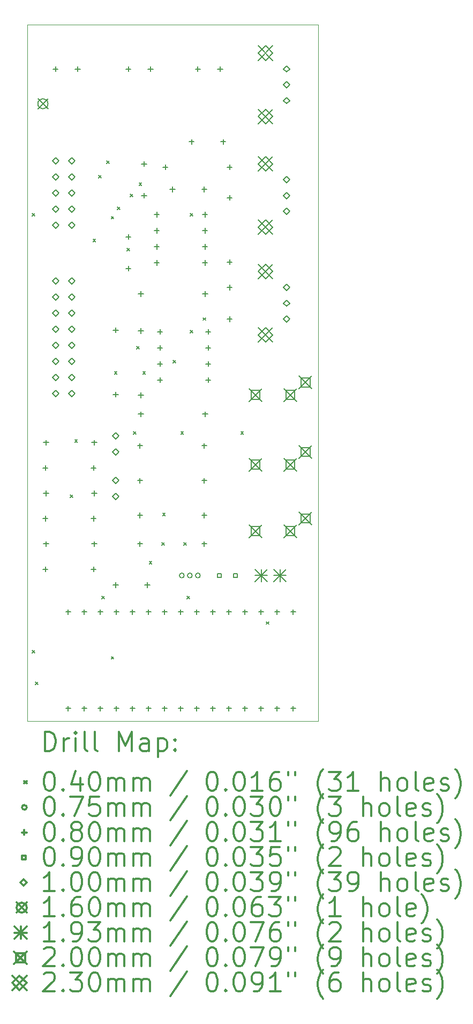
<source format=gbr>
%FSLAX45Y45*%
G04 Gerber Fmt 4.5, Leading zero omitted, Abs format (unit mm)*
G04 Created by KiCad (PCBNEW (5.1.2)-1) date 2019-06-10 14:27:45*
%MOMM*%
%LPD*%
G04 APERTURE LIST*
%ADD10C,0.100000*%
%ADD11C,0.200000*%
%ADD12C,0.300000*%
G04 APERTURE END LIST*
D10*
X9500000Y-17500000D02*
X4900000Y-17500000D01*
X9500000Y-6500000D02*
X9500000Y-17500000D01*
X4900000Y-6500000D02*
X9500000Y-6500000D01*
X4900000Y-17500000D02*
X4900000Y-6500000D01*
D11*
X4980000Y-9480000D02*
X5020000Y-9520000D01*
X5020000Y-9480000D02*
X4980000Y-9520000D01*
X4980000Y-16380000D02*
X5020000Y-16420000D01*
X5020000Y-16380000D02*
X4980000Y-16420000D01*
X5030000Y-16880000D02*
X5070000Y-16920000D01*
X5070000Y-16880000D02*
X5030000Y-16920000D01*
X5580000Y-13930000D02*
X5620000Y-13970000D01*
X5620000Y-13930000D02*
X5580000Y-13970000D01*
X5655000Y-13055000D02*
X5695000Y-13095000D01*
X5695000Y-13055000D02*
X5655000Y-13095000D01*
X5942000Y-9892000D02*
X5982000Y-9932000D01*
X5982000Y-9892000D02*
X5942000Y-9932000D01*
X6030000Y-8880000D02*
X6070000Y-8920000D01*
X6070000Y-8880000D02*
X6030000Y-8920000D01*
X6080000Y-15530000D02*
X6120000Y-15570000D01*
X6120000Y-15530000D02*
X6080000Y-15570000D01*
X6157500Y-8652500D02*
X6197500Y-8692500D01*
X6197500Y-8652500D02*
X6157500Y-8692500D01*
X6230000Y-9530000D02*
X6270000Y-9570000D01*
X6270000Y-9530000D02*
X6230000Y-9570000D01*
X6230000Y-16480000D02*
X6270000Y-16520000D01*
X6270000Y-16480000D02*
X6230000Y-16520000D01*
X6280000Y-11980000D02*
X6320000Y-12020000D01*
X6320000Y-11980000D02*
X6280000Y-12020000D01*
X6330000Y-9380000D02*
X6370000Y-9420000D01*
X6370000Y-9380000D02*
X6330000Y-9420000D01*
X6480000Y-10030000D02*
X6520000Y-10070000D01*
X6520000Y-10030000D02*
X6480000Y-10070000D01*
X6530000Y-9180000D02*
X6570000Y-9220000D01*
X6570000Y-9180000D02*
X6530000Y-9220000D01*
X6580000Y-12930000D02*
X6620000Y-12970000D01*
X6620000Y-12930000D02*
X6580000Y-12970000D01*
X6634000Y-11584000D02*
X6674000Y-11624000D01*
X6674000Y-11584000D02*
X6634000Y-11624000D01*
X6670000Y-9001500D02*
X6710000Y-9041500D01*
X6710000Y-9001500D02*
X6670000Y-9041500D01*
X6730000Y-11980000D02*
X6770000Y-12020000D01*
X6770000Y-11980000D02*
X6730000Y-12020000D01*
X6830000Y-14980000D02*
X6870000Y-15020000D01*
X6870000Y-14980000D02*
X6830000Y-15020000D01*
X7030000Y-14680000D02*
X7070000Y-14720000D01*
X7070000Y-14680000D02*
X7030000Y-14720000D01*
X7042500Y-14217500D02*
X7082500Y-14257500D01*
X7082500Y-14217500D02*
X7042500Y-14257500D01*
X7205000Y-11805000D02*
X7245000Y-11845000D01*
X7245000Y-11805000D02*
X7205000Y-11845000D01*
X7330000Y-12930000D02*
X7370000Y-12970000D01*
X7370000Y-12930000D02*
X7330000Y-12970000D01*
X7380000Y-14680000D02*
X7420000Y-14720000D01*
X7420000Y-14680000D02*
X7380000Y-14720000D01*
X7430000Y-15530000D02*
X7470000Y-15570000D01*
X7470000Y-15530000D02*
X7430000Y-15570000D01*
X7480000Y-9480000D02*
X7520000Y-9520000D01*
X7520000Y-9480000D02*
X7480000Y-9520000D01*
X7480000Y-11330000D02*
X7520000Y-11370000D01*
X7520000Y-11330000D02*
X7480000Y-11370000D01*
X7680000Y-11130000D02*
X7720000Y-11170000D01*
X7720000Y-11130000D02*
X7680000Y-11170000D01*
X8280000Y-12930000D02*
X8320000Y-12970000D01*
X8320000Y-12930000D02*
X8280000Y-12970000D01*
X8680000Y-15930000D02*
X8720000Y-15970000D01*
X8720000Y-15930000D02*
X8680000Y-15970000D01*
X7383500Y-15200000D02*
G75*
G03X7383500Y-15200000I-37500J0D01*
G01*
X7510500Y-15200000D02*
G75*
G03X7510500Y-15200000I-37500J0D01*
G01*
X7637500Y-15200000D02*
G75*
G03X7637500Y-15200000I-37500J0D01*
G01*
X6300000Y-15310000D02*
X6300000Y-15390000D01*
X6260000Y-15350000D02*
X6340000Y-15350000D01*
X6800000Y-15310000D02*
X6800000Y-15390000D01*
X6760000Y-15350000D02*
X6840000Y-15350000D01*
X6700000Y-12610000D02*
X6700000Y-12690000D01*
X6660000Y-12650000D02*
X6740000Y-12650000D01*
X7716000Y-12610000D02*
X7716000Y-12690000D01*
X7676000Y-12650000D02*
X7756000Y-12650000D01*
X6684000Y-14660000D02*
X6684000Y-14740000D01*
X6644000Y-14700000D02*
X6724000Y-14700000D01*
X7700000Y-14660000D02*
X7700000Y-14740000D01*
X7660000Y-14700000D02*
X7740000Y-14700000D01*
X5200000Y-14660000D02*
X5200000Y-14740000D01*
X5160000Y-14700000D02*
X5240000Y-14700000D01*
X5962000Y-14660000D02*
X5962000Y-14740000D01*
X5922000Y-14700000D02*
X6002000Y-14700000D01*
X6500000Y-9810000D02*
X6500000Y-9890000D01*
X6460000Y-9850000D02*
X6540000Y-9850000D01*
X6500000Y-10310000D02*
X6500000Y-10390000D01*
X6460000Y-10350000D02*
X6540000Y-10350000D01*
X7000000Y-11310000D02*
X7000000Y-11390000D01*
X6960000Y-11350000D02*
X7040000Y-11350000D01*
X7000000Y-11564000D02*
X7000000Y-11644000D01*
X6960000Y-11604000D02*
X7040000Y-11604000D01*
X7000000Y-11818000D02*
X7000000Y-11898000D01*
X6960000Y-11858000D02*
X7040000Y-11858000D01*
X7000000Y-12072000D02*
X7000000Y-12152000D01*
X6960000Y-12112000D02*
X7040000Y-12112000D01*
X7762000Y-11310000D02*
X7762000Y-11390000D01*
X7722000Y-11350000D02*
X7802000Y-11350000D01*
X7762000Y-11564000D02*
X7762000Y-11644000D01*
X7722000Y-11604000D02*
X7802000Y-11604000D01*
X7762000Y-11818000D02*
X7762000Y-11898000D01*
X7722000Y-11858000D02*
X7802000Y-11858000D01*
X7762000Y-12072000D02*
X7762000Y-12152000D01*
X7722000Y-12112000D02*
X7802000Y-12112000D01*
X5350000Y-7160000D02*
X5350000Y-7240000D01*
X5310000Y-7200000D02*
X5390000Y-7200000D01*
X5700000Y-7160000D02*
X5700000Y-7240000D01*
X5660000Y-7200000D02*
X5740000Y-7200000D01*
X6500000Y-7160000D02*
X6500000Y-7240000D01*
X6460000Y-7200000D02*
X6540000Y-7200000D01*
X6850000Y-7160000D02*
X6850000Y-7240000D01*
X6810000Y-7200000D02*
X6890000Y-7200000D01*
X8100000Y-9194000D02*
X8100000Y-9274000D01*
X8060000Y-9234000D02*
X8140000Y-9234000D01*
X8100000Y-10210000D02*
X8100000Y-10290000D01*
X8060000Y-10250000D02*
X8140000Y-10250000D01*
X6700000Y-10710000D02*
X6700000Y-10790000D01*
X6660000Y-10750000D02*
X6740000Y-10750000D01*
X7716000Y-10710000D02*
X7716000Y-10790000D01*
X7676000Y-10750000D02*
X7756000Y-10750000D01*
X6684000Y-13660000D02*
X6684000Y-13740000D01*
X6644000Y-13700000D02*
X6724000Y-13700000D01*
X7700000Y-13660000D02*
X7700000Y-13740000D01*
X7660000Y-13700000D02*
X7740000Y-13700000D01*
X5200000Y-13860000D02*
X5200000Y-13940000D01*
X5160000Y-13900000D02*
X5240000Y-13900000D01*
X5962000Y-13860000D02*
X5962000Y-13940000D01*
X5922000Y-13900000D02*
X6002000Y-13900000D01*
X7200000Y-9060000D02*
X7200000Y-9140000D01*
X7160000Y-9100000D02*
X7240000Y-9100000D01*
X7700000Y-9060000D02*
X7700000Y-9140000D01*
X7660000Y-9100000D02*
X7740000Y-9100000D01*
X7600000Y-7160000D02*
X7600000Y-7240000D01*
X7560000Y-7200000D02*
X7640000Y-7200000D01*
X7950000Y-7160000D02*
X7950000Y-7240000D01*
X7910000Y-7200000D02*
X7990000Y-7200000D01*
X6300000Y-11285000D02*
X6300000Y-11365000D01*
X6260000Y-11325000D02*
X6340000Y-11325000D01*
X6300000Y-12301000D02*
X6300000Y-12381000D01*
X6260000Y-12341000D02*
X6340000Y-12341000D01*
X6750000Y-8660000D02*
X6750000Y-8740000D01*
X6710000Y-8700000D02*
X6790000Y-8700000D01*
X6750000Y-9160000D02*
X6750000Y-9240000D01*
X6710000Y-9200000D02*
X6790000Y-9200000D01*
X5188000Y-15060000D02*
X5188000Y-15140000D01*
X5148000Y-15100000D02*
X5228000Y-15100000D01*
X5950000Y-15060000D02*
X5950000Y-15140000D01*
X5910000Y-15100000D02*
X5990000Y-15100000D01*
X7500000Y-8310000D02*
X7500000Y-8390000D01*
X7460000Y-8350000D02*
X7540000Y-8350000D01*
X8000000Y-8310000D02*
X8000000Y-8390000D01*
X7960000Y-8350000D02*
X8040000Y-8350000D01*
X7084000Y-8710000D02*
X7084000Y-8790000D01*
X7044000Y-8750000D02*
X7124000Y-8750000D01*
X8100000Y-8710000D02*
X8100000Y-8790000D01*
X8060000Y-8750000D02*
X8140000Y-8750000D01*
X6684000Y-13110000D02*
X6684000Y-13190000D01*
X6644000Y-13150000D02*
X6724000Y-13150000D01*
X7700000Y-13110000D02*
X7700000Y-13190000D01*
X7660000Y-13150000D02*
X7740000Y-13150000D01*
X5188000Y-13460000D02*
X5188000Y-13540000D01*
X5148000Y-13500000D02*
X5228000Y-13500000D01*
X5950000Y-13460000D02*
X5950000Y-13540000D01*
X5910000Y-13500000D02*
X5990000Y-13500000D01*
X5188000Y-14260000D02*
X5188000Y-14340000D01*
X5148000Y-14300000D02*
X5228000Y-14300000D01*
X5950000Y-14260000D02*
X5950000Y-14340000D01*
X5910000Y-14300000D02*
X5990000Y-14300000D01*
X6684000Y-14210000D02*
X6684000Y-14290000D01*
X6644000Y-14250000D02*
X6724000Y-14250000D01*
X7700000Y-14210000D02*
X7700000Y-14290000D01*
X7660000Y-14250000D02*
X7740000Y-14250000D01*
X8100000Y-10610000D02*
X8100000Y-10690000D01*
X8060000Y-10650000D02*
X8140000Y-10650000D01*
X8100000Y-11110000D02*
X8100000Y-11190000D01*
X8060000Y-11150000D02*
X8140000Y-11150000D01*
X6700000Y-11294000D02*
X6700000Y-11374000D01*
X6660000Y-11334000D02*
X6740000Y-11334000D01*
X6700000Y-12310000D02*
X6700000Y-12390000D01*
X6660000Y-12350000D02*
X6740000Y-12350000D01*
X5200000Y-13060000D02*
X5200000Y-13140000D01*
X5160000Y-13100000D02*
X5240000Y-13100000D01*
X5962000Y-13060000D02*
X5962000Y-13140000D01*
X5922000Y-13100000D02*
X6002000Y-13100000D01*
X5550000Y-15736000D02*
X5550000Y-15816000D01*
X5510000Y-15776000D02*
X5590000Y-15776000D01*
X5550000Y-17260000D02*
X5550000Y-17340000D01*
X5510000Y-17300000D02*
X5590000Y-17300000D01*
X5804000Y-15736000D02*
X5804000Y-15816000D01*
X5764000Y-15776000D02*
X5844000Y-15776000D01*
X5804000Y-17260000D02*
X5804000Y-17340000D01*
X5764000Y-17300000D02*
X5844000Y-17300000D01*
X6058000Y-15736000D02*
X6058000Y-15816000D01*
X6018000Y-15776000D02*
X6098000Y-15776000D01*
X6058000Y-17260000D02*
X6058000Y-17340000D01*
X6018000Y-17300000D02*
X6098000Y-17300000D01*
X6312000Y-15736000D02*
X6312000Y-15816000D01*
X6272000Y-15776000D02*
X6352000Y-15776000D01*
X6312000Y-17260000D02*
X6312000Y-17340000D01*
X6272000Y-17300000D02*
X6352000Y-17300000D01*
X6566000Y-15736000D02*
X6566000Y-15816000D01*
X6526000Y-15776000D02*
X6606000Y-15776000D01*
X6566000Y-17260000D02*
X6566000Y-17340000D01*
X6526000Y-17300000D02*
X6606000Y-17300000D01*
X6820000Y-15736000D02*
X6820000Y-15816000D01*
X6780000Y-15776000D02*
X6860000Y-15776000D01*
X6820000Y-17260000D02*
X6820000Y-17340000D01*
X6780000Y-17300000D02*
X6860000Y-17300000D01*
X7074000Y-15736000D02*
X7074000Y-15816000D01*
X7034000Y-15776000D02*
X7114000Y-15776000D01*
X7074000Y-17260000D02*
X7074000Y-17340000D01*
X7034000Y-17300000D02*
X7114000Y-17300000D01*
X7328000Y-15736000D02*
X7328000Y-15816000D01*
X7288000Y-15776000D02*
X7368000Y-15776000D01*
X7328000Y-17260000D02*
X7328000Y-17340000D01*
X7288000Y-17300000D02*
X7368000Y-17300000D01*
X7582000Y-15736000D02*
X7582000Y-15816000D01*
X7542000Y-15776000D02*
X7622000Y-15776000D01*
X7582000Y-17260000D02*
X7582000Y-17340000D01*
X7542000Y-17300000D02*
X7622000Y-17300000D01*
X7836000Y-15736000D02*
X7836000Y-15816000D01*
X7796000Y-15776000D02*
X7876000Y-15776000D01*
X7836000Y-17260000D02*
X7836000Y-17340000D01*
X7796000Y-17300000D02*
X7876000Y-17300000D01*
X8090000Y-15736000D02*
X8090000Y-15816000D01*
X8050000Y-15776000D02*
X8130000Y-15776000D01*
X8090000Y-17260000D02*
X8090000Y-17340000D01*
X8050000Y-17300000D02*
X8130000Y-17300000D01*
X8344000Y-15736000D02*
X8344000Y-15816000D01*
X8304000Y-15776000D02*
X8384000Y-15776000D01*
X8344000Y-17260000D02*
X8344000Y-17340000D01*
X8304000Y-17300000D02*
X8384000Y-17300000D01*
X8598000Y-15736000D02*
X8598000Y-15816000D01*
X8558000Y-15776000D02*
X8638000Y-15776000D01*
X8598000Y-17260000D02*
X8598000Y-17340000D01*
X8558000Y-17300000D02*
X8638000Y-17300000D01*
X8852000Y-15736000D02*
X8852000Y-15816000D01*
X8812000Y-15776000D02*
X8892000Y-15776000D01*
X8852000Y-17260000D02*
X8852000Y-17340000D01*
X8812000Y-17300000D02*
X8892000Y-17300000D01*
X9106000Y-15736000D02*
X9106000Y-15816000D01*
X9066000Y-15776000D02*
X9146000Y-15776000D01*
X9106000Y-17260000D02*
X9106000Y-17340000D01*
X9066000Y-17300000D02*
X9146000Y-17300000D01*
X6950000Y-9460000D02*
X6950000Y-9540000D01*
X6910000Y-9500000D02*
X6990000Y-9500000D01*
X6950000Y-9714000D02*
X6950000Y-9794000D01*
X6910000Y-9754000D02*
X6990000Y-9754000D01*
X6950000Y-9968000D02*
X6950000Y-10048000D01*
X6910000Y-10008000D02*
X6990000Y-10008000D01*
X6950000Y-10222000D02*
X6950000Y-10302000D01*
X6910000Y-10262000D02*
X6990000Y-10262000D01*
X7712000Y-9460000D02*
X7712000Y-9540000D01*
X7672000Y-9500000D02*
X7752000Y-9500000D01*
X7712000Y-9714000D02*
X7712000Y-9794000D01*
X7672000Y-9754000D02*
X7752000Y-9754000D01*
X7712000Y-9968000D02*
X7712000Y-10048000D01*
X7672000Y-10008000D02*
X7752000Y-10008000D01*
X7712000Y-10222000D02*
X7712000Y-10302000D01*
X7672000Y-10262000D02*
X7752000Y-10262000D01*
X7969320Y-15231820D02*
X7969320Y-15168180D01*
X7905680Y-15168180D01*
X7905680Y-15231820D01*
X7969320Y-15231820D01*
X8223320Y-15231820D02*
X8223320Y-15168180D01*
X8159680Y-15168180D01*
X8159680Y-15231820D01*
X8223320Y-15231820D01*
X6300000Y-13046000D02*
X6350000Y-12996000D01*
X6300000Y-12946000D01*
X6250000Y-12996000D01*
X6300000Y-13046000D01*
X6300000Y-13300000D02*
X6350000Y-13250000D01*
X6300000Y-13200000D01*
X6250000Y-13250000D01*
X6300000Y-13300000D01*
X5350000Y-8700000D02*
X5400000Y-8650000D01*
X5350000Y-8600000D01*
X5300000Y-8650000D01*
X5350000Y-8700000D01*
X5350000Y-8954000D02*
X5400000Y-8904000D01*
X5350000Y-8854000D01*
X5300000Y-8904000D01*
X5350000Y-8954000D01*
X5350000Y-9208000D02*
X5400000Y-9158000D01*
X5350000Y-9108000D01*
X5300000Y-9158000D01*
X5350000Y-9208000D01*
X5350000Y-9462000D02*
X5400000Y-9412000D01*
X5350000Y-9362000D01*
X5300000Y-9412000D01*
X5350000Y-9462000D01*
X5350000Y-9716000D02*
X5400000Y-9666000D01*
X5350000Y-9616000D01*
X5300000Y-9666000D01*
X5350000Y-9716000D01*
X5604000Y-8700000D02*
X5654000Y-8650000D01*
X5604000Y-8600000D01*
X5554000Y-8650000D01*
X5604000Y-8700000D01*
X5604000Y-8954000D02*
X5654000Y-8904000D01*
X5604000Y-8854000D01*
X5554000Y-8904000D01*
X5604000Y-8954000D01*
X5604000Y-9208000D02*
X5654000Y-9158000D01*
X5604000Y-9108000D01*
X5554000Y-9158000D01*
X5604000Y-9208000D01*
X5604000Y-9462000D02*
X5654000Y-9412000D01*
X5604000Y-9362000D01*
X5554000Y-9412000D01*
X5604000Y-9462000D01*
X5604000Y-9716000D02*
X5654000Y-9666000D01*
X5604000Y-9616000D01*
X5554000Y-9666000D01*
X5604000Y-9716000D01*
X9000000Y-10700000D02*
X9050000Y-10650000D01*
X9000000Y-10600000D01*
X8950000Y-10650000D01*
X9000000Y-10700000D01*
X9000000Y-10950000D02*
X9050000Y-10900000D01*
X9000000Y-10850000D01*
X8950000Y-10900000D01*
X9000000Y-10950000D01*
X9000000Y-11200000D02*
X9050000Y-11150000D01*
X9000000Y-11100000D01*
X8950000Y-11150000D01*
X9000000Y-11200000D01*
X9000000Y-7250000D02*
X9050000Y-7200000D01*
X9000000Y-7150000D01*
X8950000Y-7200000D01*
X9000000Y-7250000D01*
X9000000Y-7500000D02*
X9050000Y-7450000D01*
X9000000Y-7400000D01*
X8950000Y-7450000D01*
X9000000Y-7500000D01*
X9000000Y-7750000D02*
X9050000Y-7700000D01*
X9000000Y-7650000D01*
X8950000Y-7700000D01*
X9000000Y-7750000D01*
X6300000Y-13750000D02*
X6350000Y-13700000D01*
X6300000Y-13650000D01*
X6250000Y-13700000D01*
X6300000Y-13750000D01*
X6300000Y-14004000D02*
X6350000Y-13954000D01*
X6300000Y-13904000D01*
X6250000Y-13954000D01*
X6300000Y-14004000D01*
X5350000Y-10600000D02*
X5400000Y-10550000D01*
X5350000Y-10500000D01*
X5300000Y-10550000D01*
X5350000Y-10600000D01*
X5350000Y-10854000D02*
X5400000Y-10804000D01*
X5350000Y-10754000D01*
X5300000Y-10804000D01*
X5350000Y-10854000D01*
X5350000Y-11108000D02*
X5400000Y-11058000D01*
X5350000Y-11008000D01*
X5300000Y-11058000D01*
X5350000Y-11108000D01*
X5350000Y-11362000D02*
X5400000Y-11312000D01*
X5350000Y-11262000D01*
X5300000Y-11312000D01*
X5350000Y-11362000D01*
X5350000Y-11616000D02*
X5400000Y-11566000D01*
X5350000Y-11516000D01*
X5300000Y-11566000D01*
X5350000Y-11616000D01*
X5350000Y-11870000D02*
X5400000Y-11820000D01*
X5350000Y-11770000D01*
X5300000Y-11820000D01*
X5350000Y-11870000D01*
X5350000Y-12124000D02*
X5400000Y-12074000D01*
X5350000Y-12024000D01*
X5300000Y-12074000D01*
X5350000Y-12124000D01*
X5350000Y-12378000D02*
X5400000Y-12328000D01*
X5350000Y-12278000D01*
X5300000Y-12328000D01*
X5350000Y-12378000D01*
X5604000Y-10600000D02*
X5654000Y-10550000D01*
X5604000Y-10500000D01*
X5554000Y-10550000D01*
X5604000Y-10600000D01*
X5604000Y-10854000D02*
X5654000Y-10804000D01*
X5604000Y-10754000D01*
X5554000Y-10804000D01*
X5604000Y-10854000D01*
X5604000Y-11108000D02*
X5654000Y-11058000D01*
X5604000Y-11008000D01*
X5554000Y-11058000D01*
X5604000Y-11108000D01*
X5604000Y-11362000D02*
X5654000Y-11312000D01*
X5604000Y-11262000D01*
X5554000Y-11312000D01*
X5604000Y-11362000D01*
X5604000Y-11616000D02*
X5654000Y-11566000D01*
X5604000Y-11516000D01*
X5554000Y-11566000D01*
X5604000Y-11616000D01*
X5604000Y-11870000D02*
X5654000Y-11820000D01*
X5604000Y-11770000D01*
X5554000Y-11820000D01*
X5604000Y-11870000D01*
X5604000Y-12124000D02*
X5654000Y-12074000D01*
X5604000Y-12024000D01*
X5554000Y-12074000D01*
X5604000Y-12124000D01*
X5604000Y-12378000D02*
X5654000Y-12328000D01*
X5604000Y-12278000D01*
X5554000Y-12328000D01*
X5604000Y-12378000D01*
X9000000Y-9000000D02*
X9050000Y-8950000D01*
X9000000Y-8900000D01*
X8950000Y-8950000D01*
X9000000Y-9000000D01*
X9000000Y-9250000D02*
X9050000Y-9200000D01*
X9000000Y-9150000D01*
X8950000Y-9200000D01*
X9000000Y-9250000D01*
X9000000Y-9500000D02*
X9050000Y-9450000D01*
X9000000Y-9400000D01*
X8950000Y-9450000D01*
X9000000Y-9500000D01*
X5070000Y-7670000D02*
X5230000Y-7830000D01*
X5230000Y-7670000D02*
X5070000Y-7830000D01*
X5230000Y-7750000D02*
G75*
G03X5230000Y-7750000I-80000J0D01*
G01*
X8505000Y-15103500D02*
X8698000Y-15296500D01*
X8698000Y-15103500D02*
X8505000Y-15296500D01*
X8601500Y-15103500D02*
X8601500Y-15296500D01*
X8505000Y-15200000D02*
X8698000Y-15200000D01*
X8802000Y-15103500D02*
X8995000Y-15296500D01*
X8995000Y-15103500D02*
X8802000Y-15296500D01*
X8898500Y-15103500D02*
X8898500Y-15296500D01*
X8802000Y-15200000D02*
X8995000Y-15200000D01*
X8410000Y-13350000D02*
X8610000Y-13550000D01*
X8610000Y-13350000D02*
X8410000Y-13550000D01*
X8580711Y-13520711D02*
X8580711Y-13379289D01*
X8439289Y-13379289D01*
X8439289Y-13520711D01*
X8580711Y-13520711D01*
X8960000Y-13350000D02*
X9160000Y-13550000D01*
X9160000Y-13350000D02*
X8960000Y-13550000D01*
X9130711Y-13520711D02*
X9130711Y-13379289D01*
X8989289Y-13379289D01*
X8989289Y-13520711D01*
X9130711Y-13520711D01*
X9200000Y-13150000D02*
X9400000Y-13350000D01*
X9400000Y-13150000D02*
X9200000Y-13350000D01*
X9370711Y-13320711D02*
X9370711Y-13179289D01*
X9229289Y-13179289D01*
X9229289Y-13320711D01*
X9370711Y-13320711D01*
X8410000Y-12250000D02*
X8610000Y-12450000D01*
X8610000Y-12250000D02*
X8410000Y-12450000D01*
X8580711Y-12420711D02*
X8580711Y-12279289D01*
X8439289Y-12279289D01*
X8439289Y-12420711D01*
X8580711Y-12420711D01*
X8960000Y-12250000D02*
X9160000Y-12450000D01*
X9160000Y-12250000D02*
X8960000Y-12450000D01*
X9130711Y-12420711D02*
X9130711Y-12279289D01*
X8989289Y-12279289D01*
X8989289Y-12420711D01*
X9130711Y-12420711D01*
X9200000Y-12050000D02*
X9400000Y-12250000D01*
X9400000Y-12050000D02*
X9200000Y-12250000D01*
X9370711Y-12220711D02*
X9370711Y-12079289D01*
X9229289Y-12079289D01*
X9229289Y-12220711D01*
X9370711Y-12220711D01*
X8410000Y-14400000D02*
X8610000Y-14600000D01*
X8610000Y-14400000D02*
X8410000Y-14600000D01*
X8580711Y-14570711D02*
X8580711Y-14429289D01*
X8439289Y-14429289D01*
X8439289Y-14570711D01*
X8580711Y-14570711D01*
X8960000Y-14400000D02*
X9160000Y-14600000D01*
X9160000Y-14400000D02*
X8960000Y-14600000D01*
X9130711Y-14570711D02*
X9130711Y-14429289D01*
X8989289Y-14429289D01*
X8989289Y-14570711D01*
X9130711Y-14570711D01*
X9200000Y-14200000D02*
X9400000Y-14400000D01*
X9400000Y-14200000D02*
X9200000Y-14400000D01*
X9370711Y-14370711D02*
X9370711Y-14229289D01*
X9229289Y-14229289D01*
X9229289Y-14370711D01*
X9370711Y-14370711D01*
X8555000Y-8585000D02*
X8785000Y-8815000D01*
X8785000Y-8585000D02*
X8555000Y-8815000D01*
X8670000Y-8815000D02*
X8785000Y-8700000D01*
X8670000Y-8585000D01*
X8555000Y-8700000D01*
X8670000Y-8815000D01*
X8555000Y-9585000D02*
X8785000Y-9815000D01*
X8785000Y-9585000D02*
X8555000Y-9815000D01*
X8670000Y-9815000D02*
X8785000Y-9700000D01*
X8670000Y-9585000D01*
X8555000Y-9700000D01*
X8670000Y-9815000D01*
X8555000Y-10285000D02*
X8785000Y-10515000D01*
X8785000Y-10285000D02*
X8555000Y-10515000D01*
X8670000Y-10515000D02*
X8785000Y-10400000D01*
X8670000Y-10285000D01*
X8555000Y-10400000D01*
X8670000Y-10515000D01*
X8555000Y-11285000D02*
X8785000Y-11515000D01*
X8785000Y-11285000D02*
X8555000Y-11515000D01*
X8670000Y-11515000D02*
X8785000Y-11400000D01*
X8670000Y-11285000D01*
X8555000Y-11400000D01*
X8670000Y-11515000D01*
X8555000Y-6835000D02*
X8785000Y-7065000D01*
X8785000Y-6835000D02*
X8555000Y-7065000D01*
X8670000Y-7065000D02*
X8785000Y-6950000D01*
X8670000Y-6835000D01*
X8555000Y-6950000D01*
X8670000Y-7065000D01*
X8555000Y-7835000D02*
X8785000Y-8065000D01*
X8785000Y-7835000D02*
X8555000Y-8065000D01*
X8670000Y-8065000D02*
X8785000Y-7950000D01*
X8670000Y-7835000D01*
X8555000Y-7950000D01*
X8670000Y-8065000D01*
D12*
X5181428Y-17970714D02*
X5181428Y-17670714D01*
X5252857Y-17670714D01*
X5295714Y-17685000D01*
X5324286Y-17713572D01*
X5338571Y-17742143D01*
X5352857Y-17799286D01*
X5352857Y-17842143D01*
X5338571Y-17899286D01*
X5324286Y-17927857D01*
X5295714Y-17956429D01*
X5252857Y-17970714D01*
X5181428Y-17970714D01*
X5481428Y-17970714D02*
X5481428Y-17770714D01*
X5481428Y-17827857D02*
X5495714Y-17799286D01*
X5510000Y-17785000D01*
X5538571Y-17770714D01*
X5567143Y-17770714D01*
X5667143Y-17970714D02*
X5667143Y-17770714D01*
X5667143Y-17670714D02*
X5652857Y-17685000D01*
X5667143Y-17699286D01*
X5681428Y-17685000D01*
X5667143Y-17670714D01*
X5667143Y-17699286D01*
X5852857Y-17970714D02*
X5824286Y-17956429D01*
X5810000Y-17927857D01*
X5810000Y-17670714D01*
X6010000Y-17970714D02*
X5981428Y-17956429D01*
X5967143Y-17927857D01*
X5967143Y-17670714D01*
X6352857Y-17970714D02*
X6352857Y-17670714D01*
X6452857Y-17885000D01*
X6552857Y-17670714D01*
X6552857Y-17970714D01*
X6824286Y-17970714D02*
X6824286Y-17813572D01*
X6810000Y-17785000D01*
X6781428Y-17770714D01*
X6724286Y-17770714D01*
X6695714Y-17785000D01*
X6824286Y-17956429D02*
X6795714Y-17970714D01*
X6724286Y-17970714D01*
X6695714Y-17956429D01*
X6681428Y-17927857D01*
X6681428Y-17899286D01*
X6695714Y-17870714D01*
X6724286Y-17856429D01*
X6795714Y-17856429D01*
X6824286Y-17842143D01*
X6967143Y-17770714D02*
X6967143Y-18070714D01*
X6967143Y-17785000D02*
X6995714Y-17770714D01*
X7052857Y-17770714D01*
X7081428Y-17785000D01*
X7095714Y-17799286D01*
X7110000Y-17827857D01*
X7110000Y-17913572D01*
X7095714Y-17942143D01*
X7081428Y-17956429D01*
X7052857Y-17970714D01*
X6995714Y-17970714D01*
X6967143Y-17956429D01*
X7238571Y-17942143D02*
X7252857Y-17956429D01*
X7238571Y-17970714D01*
X7224286Y-17956429D01*
X7238571Y-17942143D01*
X7238571Y-17970714D01*
X7238571Y-17785000D02*
X7252857Y-17799286D01*
X7238571Y-17813572D01*
X7224286Y-17799286D01*
X7238571Y-17785000D01*
X7238571Y-17813572D01*
X4855000Y-18445000D02*
X4895000Y-18485000D01*
X4895000Y-18445000D02*
X4855000Y-18485000D01*
X5238571Y-18300714D02*
X5267143Y-18300714D01*
X5295714Y-18315000D01*
X5310000Y-18329286D01*
X5324286Y-18357857D01*
X5338571Y-18415000D01*
X5338571Y-18486429D01*
X5324286Y-18543572D01*
X5310000Y-18572143D01*
X5295714Y-18586429D01*
X5267143Y-18600714D01*
X5238571Y-18600714D01*
X5210000Y-18586429D01*
X5195714Y-18572143D01*
X5181428Y-18543572D01*
X5167143Y-18486429D01*
X5167143Y-18415000D01*
X5181428Y-18357857D01*
X5195714Y-18329286D01*
X5210000Y-18315000D01*
X5238571Y-18300714D01*
X5467143Y-18572143D02*
X5481428Y-18586429D01*
X5467143Y-18600714D01*
X5452857Y-18586429D01*
X5467143Y-18572143D01*
X5467143Y-18600714D01*
X5738571Y-18400714D02*
X5738571Y-18600714D01*
X5667143Y-18286429D02*
X5595714Y-18500714D01*
X5781428Y-18500714D01*
X5952857Y-18300714D02*
X5981428Y-18300714D01*
X6010000Y-18315000D01*
X6024286Y-18329286D01*
X6038571Y-18357857D01*
X6052857Y-18415000D01*
X6052857Y-18486429D01*
X6038571Y-18543572D01*
X6024286Y-18572143D01*
X6010000Y-18586429D01*
X5981428Y-18600714D01*
X5952857Y-18600714D01*
X5924286Y-18586429D01*
X5910000Y-18572143D01*
X5895714Y-18543572D01*
X5881428Y-18486429D01*
X5881428Y-18415000D01*
X5895714Y-18357857D01*
X5910000Y-18329286D01*
X5924286Y-18315000D01*
X5952857Y-18300714D01*
X6181428Y-18600714D02*
X6181428Y-18400714D01*
X6181428Y-18429286D02*
X6195714Y-18415000D01*
X6224286Y-18400714D01*
X6267143Y-18400714D01*
X6295714Y-18415000D01*
X6310000Y-18443572D01*
X6310000Y-18600714D01*
X6310000Y-18443572D02*
X6324286Y-18415000D01*
X6352857Y-18400714D01*
X6395714Y-18400714D01*
X6424286Y-18415000D01*
X6438571Y-18443572D01*
X6438571Y-18600714D01*
X6581428Y-18600714D02*
X6581428Y-18400714D01*
X6581428Y-18429286D02*
X6595714Y-18415000D01*
X6624286Y-18400714D01*
X6667143Y-18400714D01*
X6695714Y-18415000D01*
X6710000Y-18443572D01*
X6710000Y-18600714D01*
X6710000Y-18443572D02*
X6724286Y-18415000D01*
X6752857Y-18400714D01*
X6795714Y-18400714D01*
X6824286Y-18415000D01*
X6838571Y-18443572D01*
X6838571Y-18600714D01*
X7424286Y-18286429D02*
X7167143Y-18672143D01*
X7810000Y-18300714D02*
X7838571Y-18300714D01*
X7867143Y-18315000D01*
X7881428Y-18329286D01*
X7895714Y-18357857D01*
X7910000Y-18415000D01*
X7910000Y-18486429D01*
X7895714Y-18543572D01*
X7881428Y-18572143D01*
X7867143Y-18586429D01*
X7838571Y-18600714D01*
X7810000Y-18600714D01*
X7781428Y-18586429D01*
X7767143Y-18572143D01*
X7752857Y-18543572D01*
X7738571Y-18486429D01*
X7738571Y-18415000D01*
X7752857Y-18357857D01*
X7767143Y-18329286D01*
X7781428Y-18315000D01*
X7810000Y-18300714D01*
X8038571Y-18572143D02*
X8052857Y-18586429D01*
X8038571Y-18600714D01*
X8024286Y-18586429D01*
X8038571Y-18572143D01*
X8038571Y-18600714D01*
X8238571Y-18300714D02*
X8267143Y-18300714D01*
X8295714Y-18315000D01*
X8310000Y-18329286D01*
X8324286Y-18357857D01*
X8338571Y-18415000D01*
X8338571Y-18486429D01*
X8324286Y-18543572D01*
X8310000Y-18572143D01*
X8295714Y-18586429D01*
X8267143Y-18600714D01*
X8238571Y-18600714D01*
X8210000Y-18586429D01*
X8195714Y-18572143D01*
X8181428Y-18543572D01*
X8167143Y-18486429D01*
X8167143Y-18415000D01*
X8181428Y-18357857D01*
X8195714Y-18329286D01*
X8210000Y-18315000D01*
X8238571Y-18300714D01*
X8624286Y-18600714D02*
X8452857Y-18600714D01*
X8538571Y-18600714D02*
X8538571Y-18300714D01*
X8510000Y-18343572D01*
X8481428Y-18372143D01*
X8452857Y-18386429D01*
X8881428Y-18300714D02*
X8824286Y-18300714D01*
X8795714Y-18315000D01*
X8781428Y-18329286D01*
X8752857Y-18372143D01*
X8738571Y-18429286D01*
X8738571Y-18543572D01*
X8752857Y-18572143D01*
X8767143Y-18586429D01*
X8795714Y-18600714D01*
X8852857Y-18600714D01*
X8881428Y-18586429D01*
X8895714Y-18572143D01*
X8910000Y-18543572D01*
X8910000Y-18472143D01*
X8895714Y-18443572D01*
X8881428Y-18429286D01*
X8852857Y-18415000D01*
X8795714Y-18415000D01*
X8767143Y-18429286D01*
X8752857Y-18443572D01*
X8738571Y-18472143D01*
X9024286Y-18300714D02*
X9024286Y-18357857D01*
X9138571Y-18300714D02*
X9138571Y-18357857D01*
X9581428Y-18715000D02*
X9567143Y-18700714D01*
X9538571Y-18657857D01*
X9524286Y-18629286D01*
X9510000Y-18586429D01*
X9495714Y-18515000D01*
X9495714Y-18457857D01*
X9510000Y-18386429D01*
X9524286Y-18343572D01*
X9538571Y-18315000D01*
X9567143Y-18272143D01*
X9581428Y-18257857D01*
X9667143Y-18300714D02*
X9852857Y-18300714D01*
X9752857Y-18415000D01*
X9795714Y-18415000D01*
X9824286Y-18429286D01*
X9838571Y-18443572D01*
X9852857Y-18472143D01*
X9852857Y-18543572D01*
X9838571Y-18572143D01*
X9824286Y-18586429D01*
X9795714Y-18600714D01*
X9710000Y-18600714D01*
X9681428Y-18586429D01*
X9667143Y-18572143D01*
X10138571Y-18600714D02*
X9967143Y-18600714D01*
X10052857Y-18600714D02*
X10052857Y-18300714D01*
X10024286Y-18343572D01*
X9995714Y-18372143D01*
X9967143Y-18386429D01*
X10495714Y-18600714D02*
X10495714Y-18300714D01*
X10624286Y-18600714D02*
X10624286Y-18443572D01*
X10610000Y-18415000D01*
X10581428Y-18400714D01*
X10538571Y-18400714D01*
X10510000Y-18415000D01*
X10495714Y-18429286D01*
X10810000Y-18600714D02*
X10781428Y-18586429D01*
X10767143Y-18572143D01*
X10752857Y-18543572D01*
X10752857Y-18457857D01*
X10767143Y-18429286D01*
X10781428Y-18415000D01*
X10810000Y-18400714D01*
X10852857Y-18400714D01*
X10881428Y-18415000D01*
X10895714Y-18429286D01*
X10910000Y-18457857D01*
X10910000Y-18543572D01*
X10895714Y-18572143D01*
X10881428Y-18586429D01*
X10852857Y-18600714D01*
X10810000Y-18600714D01*
X11081428Y-18600714D02*
X11052857Y-18586429D01*
X11038571Y-18557857D01*
X11038571Y-18300714D01*
X11310000Y-18586429D02*
X11281428Y-18600714D01*
X11224286Y-18600714D01*
X11195714Y-18586429D01*
X11181428Y-18557857D01*
X11181428Y-18443572D01*
X11195714Y-18415000D01*
X11224286Y-18400714D01*
X11281428Y-18400714D01*
X11310000Y-18415000D01*
X11324286Y-18443572D01*
X11324286Y-18472143D01*
X11181428Y-18500714D01*
X11438571Y-18586429D02*
X11467143Y-18600714D01*
X11524286Y-18600714D01*
X11552857Y-18586429D01*
X11567143Y-18557857D01*
X11567143Y-18543572D01*
X11552857Y-18515000D01*
X11524286Y-18500714D01*
X11481428Y-18500714D01*
X11452857Y-18486429D01*
X11438571Y-18457857D01*
X11438571Y-18443572D01*
X11452857Y-18415000D01*
X11481428Y-18400714D01*
X11524286Y-18400714D01*
X11552857Y-18415000D01*
X11667143Y-18715000D02*
X11681428Y-18700714D01*
X11710000Y-18657857D01*
X11724286Y-18629286D01*
X11738571Y-18586429D01*
X11752857Y-18515000D01*
X11752857Y-18457857D01*
X11738571Y-18386429D01*
X11724286Y-18343572D01*
X11710000Y-18315000D01*
X11681428Y-18272143D01*
X11667143Y-18257857D01*
X4895000Y-18861000D02*
G75*
G03X4895000Y-18861000I-37500J0D01*
G01*
X5238571Y-18696714D02*
X5267143Y-18696714D01*
X5295714Y-18711000D01*
X5310000Y-18725286D01*
X5324286Y-18753857D01*
X5338571Y-18811000D01*
X5338571Y-18882429D01*
X5324286Y-18939572D01*
X5310000Y-18968143D01*
X5295714Y-18982429D01*
X5267143Y-18996714D01*
X5238571Y-18996714D01*
X5210000Y-18982429D01*
X5195714Y-18968143D01*
X5181428Y-18939572D01*
X5167143Y-18882429D01*
X5167143Y-18811000D01*
X5181428Y-18753857D01*
X5195714Y-18725286D01*
X5210000Y-18711000D01*
X5238571Y-18696714D01*
X5467143Y-18968143D02*
X5481428Y-18982429D01*
X5467143Y-18996714D01*
X5452857Y-18982429D01*
X5467143Y-18968143D01*
X5467143Y-18996714D01*
X5581428Y-18696714D02*
X5781428Y-18696714D01*
X5652857Y-18996714D01*
X6038571Y-18696714D02*
X5895714Y-18696714D01*
X5881428Y-18839572D01*
X5895714Y-18825286D01*
X5924286Y-18811000D01*
X5995714Y-18811000D01*
X6024286Y-18825286D01*
X6038571Y-18839572D01*
X6052857Y-18868143D01*
X6052857Y-18939572D01*
X6038571Y-18968143D01*
X6024286Y-18982429D01*
X5995714Y-18996714D01*
X5924286Y-18996714D01*
X5895714Y-18982429D01*
X5881428Y-18968143D01*
X6181428Y-18996714D02*
X6181428Y-18796714D01*
X6181428Y-18825286D02*
X6195714Y-18811000D01*
X6224286Y-18796714D01*
X6267143Y-18796714D01*
X6295714Y-18811000D01*
X6310000Y-18839572D01*
X6310000Y-18996714D01*
X6310000Y-18839572D02*
X6324286Y-18811000D01*
X6352857Y-18796714D01*
X6395714Y-18796714D01*
X6424286Y-18811000D01*
X6438571Y-18839572D01*
X6438571Y-18996714D01*
X6581428Y-18996714D02*
X6581428Y-18796714D01*
X6581428Y-18825286D02*
X6595714Y-18811000D01*
X6624286Y-18796714D01*
X6667143Y-18796714D01*
X6695714Y-18811000D01*
X6710000Y-18839572D01*
X6710000Y-18996714D01*
X6710000Y-18839572D02*
X6724286Y-18811000D01*
X6752857Y-18796714D01*
X6795714Y-18796714D01*
X6824286Y-18811000D01*
X6838571Y-18839572D01*
X6838571Y-18996714D01*
X7424286Y-18682429D02*
X7167143Y-19068143D01*
X7810000Y-18696714D02*
X7838571Y-18696714D01*
X7867143Y-18711000D01*
X7881428Y-18725286D01*
X7895714Y-18753857D01*
X7910000Y-18811000D01*
X7910000Y-18882429D01*
X7895714Y-18939572D01*
X7881428Y-18968143D01*
X7867143Y-18982429D01*
X7838571Y-18996714D01*
X7810000Y-18996714D01*
X7781428Y-18982429D01*
X7767143Y-18968143D01*
X7752857Y-18939572D01*
X7738571Y-18882429D01*
X7738571Y-18811000D01*
X7752857Y-18753857D01*
X7767143Y-18725286D01*
X7781428Y-18711000D01*
X7810000Y-18696714D01*
X8038571Y-18968143D02*
X8052857Y-18982429D01*
X8038571Y-18996714D01*
X8024286Y-18982429D01*
X8038571Y-18968143D01*
X8038571Y-18996714D01*
X8238571Y-18696714D02*
X8267143Y-18696714D01*
X8295714Y-18711000D01*
X8310000Y-18725286D01*
X8324286Y-18753857D01*
X8338571Y-18811000D01*
X8338571Y-18882429D01*
X8324286Y-18939572D01*
X8310000Y-18968143D01*
X8295714Y-18982429D01*
X8267143Y-18996714D01*
X8238571Y-18996714D01*
X8210000Y-18982429D01*
X8195714Y-18968143D01*
X8181428Y-18939572D01*
X8167143Y-18882429D01*
X8167143Y-18811000D01*
X8181428Y-18753857D01*
X8195714Y-18725286D01*
X8210000Y-18711000D01*
X8238571Y-18696714D01*
X8438571Y-18696714D02*
X8624286Y-18696714D01*
X8524286Y-18811000D01*
X8567143Y-18811000D01*
X8595714Y-18825286D01*
X8610000Y-18839572D01*
X8624286Y-18868143D01*
X8624286Y-18939572D01*
X8610000Y-18968143D01*
X8595714Y-18982429D01*
X8567143Y-18996714D01*
X8481428Y-18996714D01*
X8452857Y-18982429D01*
X8438571Y-18968143D01*
X8810000Y-18696714D02*
X8838571Y-18696714D01*
X8867143Y-18711000D01*
X8881428Y-18725286D01*
X8895714Y-18753857D01*
X8910000Y-18811000D01*
X8910000Y-18882429D01*
X8895714Y-18939572D01*
X8881428Y-18968143D01*
X8867143Y-18982429D01*
X8838571Y-18996714D01*
X8810000Y-18996714D01*
X8781428Y-18982429D01*
X8767143Y-18968143D01*
X8752857Y-18939572D01*
X8738571Y-18882429D01*
X8738571Y-18811000D01*
X8752857Y-18753857D01*
X8767143Y-18725286D01*
X8781428Y-18711000D01*
X8810000Y-18696714D01*
X9024286Y-18696714D02*
X9024286Y-18753857D01*
X9138571Y-18696714D02*
X9138571Y-18753857D01*
X9581428Y-19111000D02*
X9567143Y-19096714D01*
X9538571Y-19053857D01*
X9524286Y-19025286D01*
X9510000Y-18982429D01*
X9495714Y-18911000D01*
X9495714Y-18853857D01*
X9510000Y-18782429D01*
X9524286Y-18739572D01*
X9538571Y-18711000D01*
X9567143Y-18668143D01*
X9581428Y-18653857D01*
X9667143Y-18696714D02*
X9852857Y-18696714D01*
X9752857Y-18811000D01*
X9795714Y-18811000D01*
X9824286Y-18825286D01*
X9838571Y-18839572D01*
X9852857Y-18868143D01*
X9852857Y-18939572D01*
X9838571Y-18968143D01*
X9824286Y-18982429D01*
X9795714Y-18996714D01*
X9710000Y-18996714D01*
X9681428Y-18982429D01*
X9667143Y-18968143D01*
X10210000Y-18996714D02*
X10210000Y-18696714D01*
X10338571Y-18996714D02*
X10338571Y-18839572D01*
X10324286Y-18811000D01*
X10295714Y-18796714D01*
X10252857Y-18796714D01*
X10224286Y-18811000D01*
X10210000Y-18825286D01*
X10524286Y-18996714D02*
X10495714Y-18982429D01*
X10481428Y-18968143D01*
X10467143Y-18939572D01*
X10467143Y-18853857D01*
X10481428Y-18825286D01*
X10495714Y-18811000D01*
X10524286Y-18796714D01*
X10567143Y-18796714D01*
X10595714Y-18811000D01*
X10610000Y-18825286D01*
X10624286Y-18853857D01*
X10624286Y-18939572D01*
X10610000Y-18968143D01*
X10595714Y-18982429D01*
X10567143Y-18996714D01*
X10524286Y-18996714D01*
X10795714Y-18996714D02*
X10767143Y-18982429D01*
X10752857Y-18953857D01*
X10752857Y-18696714D01*
X11024286Y-18982429D02*
X10995714Y-18996714D01*
X10938571Y-18996714D01*
X10910000Y-18982429D01*
X10895714Y-18953857D01*
X10895714Y-18839572D01*
X10910000Y-18811000D01*
X10938571Y-18796714D01*
X10995714Y-18796714D01*
X11024286Y-18811000D01*
X11038571Y-18839572D01*
X11038571Y-18868143D01*
X10895714Y-18896714D01*
X11152857Y-18982429D02*
X11181428Y-18996714D01*
X11238571Y-18996714D01*
X11267143Y-18982429D01*
X11281428Y-18953857D01*
X11281428Y-18939572D01*
X11267143Y-18911000D01*
X11238571Y-18896714D01*
X11195714Y-18896714D01*
X11167143Y-18882429D01*
X11152857Y-18853857D01*
X11152857Y-18839572D01*
X11167143Y-18811000D01*
X11195714Y-18796714D01*
X11238571Y-18796714D01*
X11267143Y-18811000D01*
X11381428Y-19111000D02*
X11395714Y-19096714D01*
X11424286Y-19053857D01*
X11438571Y-19025286D01*
X11452857Y-18982429D01*
X11467143Y-18911000D01*
X11467143Y-18853857D01*
X11452857Y-18782429D01*
X11438571Y-18739572D01*
X11424286Y-18711000D01*
X11395714Y-18668143D01*
X11381428Y-18653857D01*
X4855000Y-19217000D02*
X4855000Y-19297000D01*
X4815000Y-19257000D02*
X4895000Y-19257000D01*
X5238571Y-19092714D02*
X5267143Y-19092714D01*
X5295714Y-19107000D01*
X5310000Y-19121286D01*
X5324286Y-19149857D01*
X5338571Y-19207000D01*
X5338571Y-19278429D01*
X5324286Y-19335572D01*
X5310000Y-19364143D01*
X5295714Y-19378429D01*
X5267143Y-19392714D01*
X5238571Y-19392714D01*
X5210000Y-19378429D01*
X5195714Y-19364143D01*
X5181428Y-19335572D01*
X5167143Y-19278429D01*
X5167143Y-19207000D01*
X5181428Y-19149857D01*
X5195714Y-19121286D01*
X5210000Y-19107000D01*
X5238571Y-19092714D01*
X5467143Y-19364143D02*
X5481428Y-19378429D01*
X5467143Y-19392714D01*
X5452857Y-19378429D01*
X5467143Y-19364143D01*
X5467143Y-19392714D01*
X5652857Y-19221286D02*
X5624286Y-19207000D01*
X5610000Y-19192714D01*
X5595714Y-19164143D01*
X5595714Y-19149857D01*
X5610000Y-19121286D01*
X5624286Y-19107000D01*
X5652857Y-19092714D01*
X5710000Y-19092714D01*
X5738571Y-19107000D01*
X5752857Y-19121286D01*
X5767143Y-19149857D01*
X5767143Y-19164143D01*
X5752857Y-19192714D01*
X5738571Y-19207000D01*
X5710000Y-19221286D01*
X5652857Y-19221286D01*
X5624286Y-19235572D01*
X5610000Y-19249857D01*
X5595714Y-19278429D01*
X5595714Y-19335572D01*
X5610000Y-19364143D01*
X5624286Y-19378429D01*
X5652857Y-19392714D01*
X5710000Y-19392714D01*
X5738571Y-19378429D01*
X5752857Y-19364143D01*
X5767143Y-19335572D01*
X5767143Y-19278429D01*
X5752857Y-19249857D01*
X5738571Y-19235572D01*
X5710000Y-19221286D01*
X5952857Y-19092714D02*
X5981428Y-19092714D01*
X6010000Y-19107000D01*
X6024286Y-19121286D01*
X6038571Y-19149857D01*
X6052857Y-19207000D01*
X6052857Y-19278429D01*
X6038571Y-19335572D01*
X6024286Y-19364143D01*
X6010000Y-19378429D01*
X5981428Y-19392714D01*
X5952857Y-19392714D01*
X5924286Y-19378429D01*
X5910000Y-19364143D01*
X5895714Y-19335572D01*
X5881428Y-19278429D01*
X5881428Y-19207000D01*
X5895714Y-19149857D01*
X5910000Y-19121286D01*
X5924286Y-19107000D01*
X5952857Y-19092714D01*
X6181428Y-19392714D02*
X6181428Y-19192714D01*
X6181428Y-19221286D02*
X6195714Y-19207000D01*
X6224286Y-19192714D01*
X6267143Y-19192714D01*
X6295714Y-19207000D01*
X6310000Y-19235572D01*
X6310000Y-19392714D01*
X6310000Y-19235572D02*
X6324286Y-19207000D01*
X6352857Y-19192714D01*
X6395714Y-19192714D01*
X6424286Y-19207000D01*
X6438571Y-19235572D01*
X6438571Y-19392714D01*
X6581428Y-19392714D02*
X6581428Y-19192714D01*
X6581428Y-19221286D02*
X6595714Y-19207000D01*
X6624286Y-19192714D01*
X6667143Y-19192714D01*
X6695714Y-19207000D01*
X6710000Y-19235572D01*
X6710000Y-19392714D01*
X6710000Y-19235572D02*
X6724286Y-19207000D01*
X6752857Y-19192714D01*
X6795714Y-19192714D01*
X6824286Y-19207000D01*
X6838571Y-19235572D01*
X6838571Y-19392714D01*
X7424286Y-19078429D02*
X7167143Y-19464143D01*
X7810000Y-19092714D02*
X7838571Y-19092714D01*
X7867143Y-19107000D01*
X7881428Y-19121286D01*
X7895714Y-19149857D01*
X7910000Y-19207000D01*
X7910000Y-19278429D01*
X7895714Y-19335572D01*
X7881428Y-19364143D01*
X7867143Y-19378429D01*
X7838571Y-19392714D01*
X7810000Y-19392714D01*
X7781428Y-19378429D01*
X7767143Y-19364143D01*
X7752857Y-19335572D01*
X7738571Y-19278429D01*
X7738571Y-19207000D01*
X7752857Y-19149857D01*
X7767143Y-19121286D01*
X7781428Y-19107000D01*
X7810000Y-19092714D01*
X8038571Y-19364143D02*
X8052857Y-19378429D01*
X8038571Y-19392714D01*
X8024286Y-19378429D01*
X8038571Y-19364143D01*
X8038571Y-19392714D01*
X8238571Y-19092714D02*
X8267143Y-19092714D01*
X8295714Y-19107000D01*
X8310000Y-19121286D01*
X8324286Y-19149857D01*
X8338571Y-19207000D01*
X8338571Y-19278429D01*
X8324286Y-19335572D01*
X8310000Y-19364143D01*
X8295714Y-19378429D01*
X8267143Y-19392714D01*
X8238571Y-19392714D01*
X8210000Y-19378429D01*
X8195714Y-19364143D01*
X8181428Y-19335572D01*
X8167143Y-19278429D01*
X8167143Y-19207000D01*
X8181428Y-19149857D01*
X8195714Y-19121286D01*
X8210000Y-19107000D01*
X8238571Y-19092714D01*
X8438571Y-19092714D02*
X8624286Y-19092714D01*
X8524286Y-19207000D01*
X8567143Y-19207000D01*
X8595714Y-19221286D01*
X8610000Y-19235572D01*
X8624286Y-19264143D01*
X8624286Y-19335572D01*
X8610000Y-19364143D01*
X8595714Y-19378429D01*
X8567143Y-19392714D01*
X8481428Y-19392714D01*
X8452857Y-19378429D01*
X8438571Y-19364143D01*
X8910000Y-19392714D02*
X8738571Y-19392714D01*
X8824286Y-19392714D02*
X8824286Y-19092714D01*
X8795714Y-19135572D01*
X8767143Y-19164143D01*
X8738571Y-19178429D01*
X9024286Y-19092714D02*
X9024286Y-19149857D01*
X9138571Y-19092714D02*
X9138571Y-19149857D01*
X9581428Y-19507000D02*
X9567143Y-19492714D01*
X9538571Y-19449857D01*
X9524286Y-19421286D01*
X9510000Y-19378429D01*
X9495714Y-19307000D01*
X9495714Y-19249857D01*
X9510000Y-19178429D01*
X9524286Y-19135572D01*
X9538571Y-19107000D01*
X9567143Y-19064143D01*
X9581428Y-19049857D01*
X9710000Y-19392714D02*
X9767143Y-19392714D01*
X9795714Y-19378429D01*
X9810000Y-19364143D01*
X9838571Y-19321286D01*
X9852857Y-19264143D01*
X9852857Y-19149857D01*
X9838571Y-19121286D01*
X9824286Y-19107000D01*
X9795714Y-19092714D01*
X9738571Y-19092714D01*
X9710000Y-19107000D01*
X9695714Y-19121286D01*
X9681428Y-19149857D01*
X9681428Y-19221286D01*
X9695714Y-19249857D01*
X9710000Y-19264143D01*
X9738571Y-19278429D01*
X9795714Y-19278429D01*
X9824286Y-19264143D01*
X9838571Y-19249857D01*
X9852857Y-19221286D01*
X10110000Y-19092714D02*
X10052857Y-19092714D01*
X10024286Y-19107000D01*
X10010000Y-19121286D01*
X9981428Y-19164143D01*
X9967143Y-19221286D01*
X9967143Y-19335572D01*
X9981428Y-19364143D01*
X9995714Y-19378429D01*
X10024286Y-19392714D01*
X10081428Y-19392714D01*
X10110000Y-19378429D01*
X10124286Y-19364143D01*
X10138571Y-19335572D01*
X10138571Y-19264143D01*
X10124286Y-19235572D01*
X10110000Y-19221286D01*
X10081428Y-19207000D01*
X10024286Y-19207000D01*
X9995714Y-19221286D01*
X9981428Y-19235572D01*
X9967143Y-19264143D01*
X10495714Y-19392714D02*
X10495714Y-19092714D01*
X10624286Y-19392714D02*
X10624286Y-19235572D01*
X10610000Y-19207000D01*
X10581428Y-19192714D01*
X10538571Y-19192714D01*
X10510000Y-19207000D01*
X10495714Y-19221286D01*
X10810000Y-19392714D02*
X10781428Y-19378429D01*
X10767143Y-19364143D01*
X10752857Y-19335572D01*
X10752857Y-19249857D01*
X10767143Y-19221286D01*
X10781428Y-19207000D01*
X10810000Y-19192714D01*
X10852857Y-19192714D01*
X10881428Y-19207000D01*
X10895714Y-19221286D01*
X10910000Y-19249857D01*
X10910000Y-19335572D01*
X10895714Y-19364143D01*
X10881428Y-19378429D01*
X10852857Y-19392714D01*
X10810000Y-19392714D01*
X11081428Y-19392714D02*
X11052857Y-19378429D01*
X11038571Y-19349857D01*
X11038571Y-19092714D01*
X11310000Y-19378429D02*
X11281428Y-19392714D01*
X11224286Y-19392714D01*
X11195714Y-19378429D01*
X11181428Y-19349857D01*
X11181428Y-19235572D01*
X11195714Y-19207000D01*
X11224286Y-19192714D01*
X11281428Y-19192714D01*
X11310000Y-19207000D01*
X11324286Y-19235572D01*
X11324286Y-19264143D01*
X11181428Y-19292714D01*
X11438571Y-19378429D02*
X11467143Y-19392714D01*
X11524286Y-19392714D01*
X11552857Y-19378429D01*
X11567143Y-19349857D01*
X11567143Y-19335572D01*
X11552857Y-19307000D01*
X11524286Y-19292714D01*
X11481428Y-19292714D01*
X11452857Y-19278429D01*
X11438571Y-19249857D01*
X11438571Y-19235572D01*
X11452857Y-19207000D01*
X11481428Y-19192714D01*
X11524286Y-19192714D01*
X11552857Y-19207000D01*
X11667143Y-19507000D02*
X11681428Y-19492714D01*
X11710000Y-19449857D01*
X11724286Y-19421286D01*
X11738571Y-19378429D01*
X11752857Y-19307000D01*
X11752857Y-19249857D01*
X11738571Y-19178429D01*
X11724286Y-19135572D01*
X11710000Y-19107000D01*
X11681428Y-19064143D01*
X11667143Y-19049857D01*
X4881820Y-19684820D02*
X4881820Y-19621180D01*
X4818180Y-19621180D01*
X4818180Y-19684820D01*
X4881820Y-19684820D01*
X5238571Y-19488714D02*
X5267143Y-19488714D01*
X5295714Y-19503000D01*
X5310000Y-19517286D01*
X5324286Y-19545857D01*
X5338571Y-19603000D01*
X5338571Y-19674429D01*
X5324286Y-19731572D01*
X5310000Y-19760143D01*
X5295714Y-19774429D01*
X5267143Y-19788714D01*
X5238571Y-19788714D01*
X5210000Y-19774429D01*
X5195714Y-19760143D01*
X5181428Y-19731572D01*
X5167143Y-19674429D01*
X5167143Y-19603000D01*
X5181428Y-19545857D01*
X5195714Y-19517286D01*
X5210000Y-19503000D01*
X5238571Y-19488714D01*
X5467143Y-19760143D02*
X5481428Y-19774429D01*
X5467143Y-19788714D01*
X5452857Y-19774429D01*
X5467143Y-19760143D01*
X5467143Y-19788714D01*
X5624286Y-19788714D02*
X5681428Y-19788714D01*
X5710000Y-19774429D01*
X5724286Y-19760143D01*
X5752857Y-19717286D01*
X5767143Y-19660143D01*
X5767143Y-19545857D01*
X5752857Y-19517286D01*
X5738571Y-19503000D01*
X5710000Y-19488714D01*
X5652857Y-19488714D01*
X5624286Y-19503000D01*
X5610000Y-19517286D01*
X5595714Y-19545857D01*
X5595714Y-19617286D01*
X5610000Y-19645857D01*
X5624286Y-19660143D01*
X5652857Y-19674429D01*
X5710000Y-19674429D01*
X5738571Y-19660143D01*
X5752857Y-19645857D01*
X5767143Y-19617286D01*
X5952857Y-19488714D02*
X5981428Y-19488714D01*
X6010000Y-19503000D01*
X6024286Y-19517286D01*
X6038571Y-19545857D01*
X6052857Y-19603000D01*
X6052857Y-19674429D01*
X6038571Y-19731572D01*
X6024286Y-19760143D01*
X6010000Y-19774429D01*
X5981428Y-19788714D01*
X5952857Y-19788714D01*
X5924286Y-19774429D01*
X5910000Y-19760143D01*
X5895714Y-19731572D01*
X5881428Y-19674429D01*
X5881428Y-19603000D01*
X5895714Y-19545857D01*
X5910000Y-19517286D01*
X5924286Y-19503000D01*
X5952857Y-19488714D01*
X6181428Y-19788714D02*
X6181428Y-19588714D01*
X6181428Y-19617286D02*
X6195714Y-19603000D01*
X6224286Y-19588714D01*
X6267143Y-19588714D01*
X6295714Y-19603000D01*
X6310000Y-19631572D01*
X6310000Y-19788714D01*
X6310000Y-19631572D02*
X6324286Y-19603000D01*
X6352857Y-19588714D01*
X6395714Y-19588714D01*
X6424286Y-19603000D01*
X6438571Y-19631572D01*
X6438571Y-19788714D01*
X6581428Y-19788714D02*
X6581428Y-19588714D01*
X6581428Y-19617286D02*
X6595714Y-19603000D01*
X6624286Y-19588714D01*
X6667143Y-19588714D01*
X6695714Y-19603000D01*
X6710000Y-19631572D01*
X6710000Y-19788714D01*
X6710000Y-19631572D02*
X6724286Y-19603000D01*
X6752857Y-19588714D01*
X6795714Y-19588714D01*
X6824286Y-19603000D01*
X6838571Y-19631572D01*
X6838571Y-19788714D01*
X7424286Y-19474429D02*
X7167143Y-19860143D01*
X7810000Y-19488714D02*
X7838571Y-19488714D01*
X7867143Y-19503000D01*
X7881428Y-19517286D01*
X7895714Y-19545857D01*
X7910000Y-19603000D01*
X7910000Y-19674429D01*
X7895714Y-19731572D01*
X7881428Y-19760143D01*
X7867143Y-19774429D01*
X7838571Y-19788714D01*
X7810000Y-19788714D01*
X7781428Y-19774429D01*
X7767143Y-19760143D01*
X7752857Y-19731572D01*
X7738571Y-19674429D01*
X7738571Y-19603000D01*
X7752857Y-19545857D01*
X7767143Y-19517286D01*
X7781428Y-19503000D01*
X7810000Y-19488714D01*
X8038571Y-19760143D02*
X8052857Y-19774429D01*
X8038571Y-19788714D01*
X8024286Y-19774429D01*
X8038571Y-19760143D01*
X8038571Y-19788714D01*
X8238571Y-19488714D02*
X8267143Y-19488714D01*
X8295714Y-19503000D01*
X8310000Y-19517286D01*
X8324286Y-19545857D01*
X8338571Y-19603000D01*
X8338571Y-19674429D01*
X8324286Y-19731572D01*
X8310000Y-19760143D01*
X8295714Y-19774429D01*
X8267143Y-19788714D01*
X8238571Y-19788714D01*
X8210000Y-19774429D01*
X8195714Y-19760143D01*
X8181428Y-19731572D01*
X8167143Y-19674429D01*
X8167143Y-19603000D01*
X8181428Y-19545857D01*
X8195714Y-19517286D01*
X8210000Y-19503000D01*
X8238571Y-19488714D01*
X8438571Y-19488714D02*
X8624286Y-19488714D01*
X8524286Y-19603000D01*
X8567143Y-19603000D01*
X8595714Y-19617286D01*
X8610000Y-19631572D01*
X8624286Y-19660143D01*
X8624286Y-19731572D01*
X8610000Y-19760143D01*
X8595714Y-19774429D01*
X8567143Y-19788714D01*
X8481428Y-19788714D01*
X8452857Y-19774429D01*
X8438571Y-19760143D01*
X8895714Y-19488714D02*
X8752857Y-19488714D01*
X8738571Y-19631572D01*
X8752857Y-19617286D01*
X8781428Y-19603000D01*
X8852857Y-19603000D01*
X8881428Y-19617286D01*
X8895714Y-19631572D01*
X8910000Y-19660143D01*
X8910000Y-19731572D01*
X8895714Y-19760143D01*
X8881428Y-19774429D01*
X8852857Y-19788714D01*
X8781428Y-19788714D01*
X8752857Y-19774429D01*
X8738571Y-19760143D01*
X9024286Y-19488714D02*
X9024286Y-19545857D01*
X9138571Y-19488714D02*
X9138571Y-19545857D01*
X9581428Y-19903000D02*
X9567143Y-19888714D01*
X9538571Y-19845857D01*
X9524286Y-19817286D01*
X9510000Y-19774429D01*
X9495714Y-19703000D01*
X9495714Y-19645857D01*
X9510000Y-19574429D01*
X9524286Y-19531572D01*
X9538571Y-19503000D01*
X9567143Y-19460143D01*
X9581428Y-19445857D01*
X9681428Y-19517286D02*
X9695714Y-19503000D01*
X9724286Y-19488714D01*
X9795714Y-19488714D01*
X9824286Y-19503000D01*
X9838571Y-19517286D01*
X9852857Y-19545857D01*
X9852857Y-19574429D01*
X9838571Y-19617286D01*
X9667143Y-19788714D01*
X9852857Y-19788714D01*
X10210000Y-19788714D02*
X10210000Y-19488714D01*
X10338571Y-19788714D02*
X10338571Y-19631572D01*
X10324286Y-19603000D01*
X10295714Y-19588714D01*
X10252857Y-19588714D01*
X10224286Y-19603000D01*
X10210000Y-19617286D01*
X10524286Y-19788714D02*
X10495714Y-19774429D01*
X10481428Y-19760143D01*
X10467143Y-19731572D01*
X10467143Y-19645857D01*
X10481428Y-19617286D01*
X10495714Y-19603000D01*
X10524286Y-19588714D01*
X10567143Y-19588714D01*
X10595714Y-19603000D01*
X10610000Y-19617286D01*
X10624286Y-19645857D01*
X10624286Y-19731572D01*
X10610000Y-19760143D01*
X10595714Y-19774429D01*
X10567143Y-19788714D01*
X10524286Y-19788714D01*
X10795714Y-19788714D02*
X10767143Y-19774429D01*
X10752857Y-19745857D01*
X10752857Y-19488714D01*
X11024286Y-19774429D02*
X10995714Y-19788714D01*
X10938571Y-19788714D01*
X10910000Y-19774429D01*
X10895714Y-19745857D01*
X10895714Y-19631572D01*
X10910000Y-19603000D01*
X10938571Y-19588714D01*
X10995714Y-19588714D01*
X11024286Y-19603000D01*
X11038571Y-19631572D01*
X11038571Y-19660143D01*
X10895714Y-19688714D01*
X11152857Y-19774429D02*
X11181428Y-19788714D01*
X11238571Y-19788714D01*
X11267143Y-19774429D01*
X11281428Y-19745857D01*
X11281428Y-19731572D01*
X11267143Y-19703000D01*
X11238571Y-19688714D01*
X11195714Y-19688714D01*
X11167143Y-19674429D01*
X11152857Y-19645857D01*
X11152857Y-19631572D01*
X11167143Y-19603000D01*
X11195714Y-19588714D01*
X11238571Y-19588714D01*
X11267143Y-19603000D01*
X11381428Y-19903000D02*
X11395714Y-19888714D01*
X11424286Y-19845857D01*
X11438571Y-19817286D01*
X11452857Y-19774429D01*
X11467143Y-19703000D01*
X11467143Y-19645857D01*
X11452857Y-19574429D01*
X11438571Y-19531572D01*
X11424286Y-19503000D01*
X11395714Y-19460143D01*
X11381428Y-19445857D01*
X4845000Y-20099000D02*
X4895000Y-20049000D01*
X4845000Y-19999000D01*
X4795000Y-20049000D01*
X4845000Y-20099000D01*
X5338571Y-20184714D02*
X5167143Y-20184714D01*
X5252857Y-20184714D02*
X5252857Y-19884714D01*
X5224286Y-19927572D01*
X5195714Y-19956143D01*
X5167143Y-19970429D01*
X5467143Y-20156143D02*
X5481428Y-20170429D01*
X5467143Y-20184714D01*
X5452857Y-20170429D01*
X5467143Y-20156143D01*
X5467143Y-20184714D01*
X5667143Y-19884714D02*
X5695714Y-19884714D01*
X5724286Y-19899000D01*
X5738571Y-19913286D01*
X5752857Y-19941857D01*
X5767143Y-19999000D01*
X5767143Y-20070429D01*
X5752857Y-20127572D01*
X5738571Y-20156143D01*
X5724286Y-20170429D01*
X5695714Y-20184714D01*
X5667143Y-20184714D01*
X5638571Y-20170429D01*
X5624286Y-20156143D01*
X5610000Y-20127572D01*
X5595714Y-20070429D01*
X5595714Y-19999000D01*
X5610000Y-19941857D01*
X5624286Y-19913286D01*
X5638571Y-19899000D01*
X5667143Y-19884714D01*
X5952857Y-19884714D02*
X5981428Y-19884714D01*
X6010000Y-19899000D01*
X6024286Y-19913286D01*
X6038571Y-19941857D01*
X6052857Y-19999000D01*
X6052857Y-20070429D01*
X6038571Y-20127572D01*
X6024286Y-20156143D01*
X6010000Y-20170429D01*
X5981428Y-20184714D01*
X5952857Y-20184714D01*
X5924286Y-20170429D01*
X5910000Y-20156143D01*
X5895714Y-20127572D01*
X5881428Y-20070429D01*
X5881428Y-19999000D01*
X5895714Y-19941857D01*
X5910000Y-19913286D01*
X5924286Y-19899000D01*
X5952857Y-19884714D01*
X6181428Y-20184714D02*
X6181428Y-19984714D01*
X6181428Y-20013286D02*
X6195714Y-19999000D01*
X6224286Y-19984714D01*
X6267143Y-19984714D01*
X6295714Y-19999000D01*
X6310000Y-20027572D01*
X6310000Y-20184714D01*
X6310000Y-20027572D02*
X6324286Y-19999000D01*
X6352857Y-19984714D01*
X6395714Y-19984714D01*
X6424286Y-19999000D01*
X6438571Y-20027572D01*
X6438571Y-20184714D01*
X6581428Y-20184714D02*
X6581428Y-19984714D01*
X6581428Y-20013286D02*
X6595714Y-19999000D01*
X6624286Y-19984714D01*
X6667143Y-19984714D01*
X6695714Y-19999000D01*
X6710000Y-20027572D01*
X6710000Y-20184714D01*
X6710000Y-20027572D02*
X6724286Y-19999000D01*
X6752857Y-19984714D01*
X6795714Y-19984714D01*
X6824286Y-19999000D01*
X6838571Y-20027572D01*
X6838571Y-20184714D01*
X7424286Y-19870429D02*
X7167143Y-20256143D01*
X7810000Y-19884714D02*
X7838571Y-19884714D01*
X7867143Y-19899000D01*
X7881428Y-19913286D01*
X7895714Y-19941857D01*
X7910000Y-19999000D01*
X7910000Y-20070429D01*
X7895714Y-20127572D01*
X7881428Y-20156143D01*
X7867143Y-20170429D01*
X7838571Y-20184714D01*
X7810000Y-20184714D01*
X7781428Y-20170429D01*
X7767143Y-20156143D01*
X7752857Y-20127572D01*
X7738571Y-20070429D01*
X7738571Y-19999000D01*
X7752857Y-19941857D01*
X7767143Y-19913286D01*
X7781428Y-19899000D01*
X7810000Y-19884714D01*
X8038571Y-20156143D02*
X8052857Y-20170429D01*
X8038571Y-20184714D01*
X8024286Y-20170429D01*
X8038571Y-20156143D01*
X8038571Y-20184714D01*
X8238571Y-19884714D02*
X8267143Y-19884714D01*
X8295714Y-19899000D01*
X8310000Y-19913286D01*
X8324286Y-19941857D01*
X8338571Y-19999000D01*
X8338571Y-20070429D01*
X8324286Y-20127572D01*
X8310000Y-20156143D01*
X8295714Y-20170429D01*
X8267143Y-20184714D01*
X8238571Y-20184714D01*
X8210000Y-20170429D01*
X8195714Y-20156143D01*
X8181428Y-20127572D01*
X8167143Y-20070429D01*
X8167143Y-19999000D01*
X8181428Y-19941857D01*
X8195714Y-19913286D01*
X8210000Y-19899000D01*
X8238571Y-19884714D01*
X8438571Y-19884714D02*
X8624286Y-19884714D01*
X8524286Y-19999000D01*
X8567143Y-19999000D01*
X8595714Y-20013286D01*
X8610000Y-20027572D01*
X8624286Y-20056143D01*
X8624286Y-20127572D01*
X8610000Y-20156143D01*
X8595714Y-20170429D01*
X8567143Y-20184714D01*
X8481428Y-20184714D01*
X8452857Y-20170429D01*
X8438571Y-20156143D01*
X8767143Y-20184714D02*
X8824286Y-20184714D01*
X8852857Y-20170429D01*
X8867143Y-20156143D01*
X8895714Y-20113286D01*
X8910000Y-20056143D01*
X8910000Y-19941857D01*
X8895714Y-19913286D01*
X8881428Y-19899000D01*
X8852857Y-19884714D01*
X8795714Y-19884714D01*
X8767143Y-19899000D01*
X8752857Y-19913286D01*
X8738571Y-19941857D01*
X8738571Y-20013286D01*
X8752857Y-20041857D01*
X8767143Y-20056143D01*
X8795714Y-20070429D01*
X8852857Y-20070429D01*
X8881428Y-20056143D01*
X8895714Y-20041857D01*
X8910000Y-20013286D01*
X9024286Y-19884714D02*
X9024286Y-19941857D01*
X9138571Y-19884714D02*
X9138571Y-19941857D01*
X9581428Y-20299000D02*
X9567143Y-20284714D01*
X9538571Y-20241857D01*
X9524286Y-20213286D01*
X9510000Y-20170429D01*
X9495714Y-20099000D01*
X9495714Y-20041857D01*
X9510000Y-19970429D01*
X9524286Y-19927572D01*
X9538571Y-19899000D01*
X9567143Y-19856143D01*
X9581428Y-19841857D01*
X9667143Y-19884714D02*
X9852857Y-19884714D01*
X9752857Y-19999000D01*
X9795714Y-19999000D01*
X9824286Y-20013286D01*
X9838571Y-20027572D01*
X9852857Y-20056143D01*
X9852857Y-20127572D01*
X9838571Y-20156143D01*
X9824286Y-20170429D01*
X9795714Y-20184714D01*
X9710000Y-20184714D01*
X9681428Y-20170429D01*
X9667143Y-20156143D01*
X9995714Y-20184714D02*
X10052857Y-20184714D01*
X10081428Y-20170429D01*
X10095714Y-20156143D01*
X10124286Y-20113286D01*
X10138571Y-20056143D01*
X10138571Y-19941857D01*
X10124286Y-19913286D01*
X10110000Y-19899000D01*
X10081428Y-19884714D01*
X10024286Y-19884714D01*
X9995714Y-19899000D01*
X9981428Y-19913286D01*
X9967143Y-19941857D01*
X9967143Y-20013286D01*
X9981428Y-20041857D01*
X9995714Y-20056143D01*
X10024286Y-20070429D01*
X10081428Y-20070429D01*
X10110000Y-20056143D01*
X10124286Y-20041857D01*
X10138571Y-20013286D01*
X10495714Y-20184714D02*
X10495714Y-19884714D01*
X10624286Y-20184714D02*
X10624286Y-20027572D01*
X10610000Y-19999000D01*
X10581428Y-19984714D01*
X10538571Y-19984714D01*
X10510000Y-19999000D01*
X10495714Y-20013286D01*
X10810000Y-20184714D02*
X10781428Y-20170429D01*
X10767143Y-20156143D01*
X10752857Y-20127572D01*
X10752857Y-20041857D01*
X10767143Y-20013286D01*
X10781428Y-19999000D01*
X10810000Y-19984714D01*
X10852857Y-19984714D01*
X10881428Y-19999000D01*
X10895714Y-20013286D01*
X10910000Y-20041857D01*
X10910000Y-20127572D01*
X10895714Y-20156143D01*
X10881428Y-20170429D01*
X10852857Y-20184714D01*
X10810000Y-20184714D01*
X11081428Y-20184714D02*
X11052857Y-20170429D01*
X11038571Y-20141857D01*
X11038571Y-19884714D01*
X11310000Y-20170429D02*
X11281428Y-20184714D01*
X11224286Y-20184714D01*
X11195714Y-20170429D01*
X11181428Y-20141857D01*
X11181428Y-20027572D01*
X11195714Y-19999000D01*
X11224286Y-19984714D01*
X11281428Y-19984714D01*
X11310000Y-19999000D01*
X11324286Y-20027572D01*
X11324286Y-20056143D01*
X11181428Y-20084714D01*
X11438571Y-20170429D02*
X11467143Y-20184714D01*
X11524286Y-20184714D01*
X11552857Y-20170429D01*
X11567143Y-20141857D01*
X11567143Y-20127572D01*
X11552857Y-20099000D01*
X11524286Y-20084714D01*
X11481428Y-20084714D01*
X11452857Y-20070429D01*
X11438571Y-20041857D01*
X11438571Y-20027572D01*
X11452857Y-19999000D01*
X11481428Y-19984714D01*
X11524286Y-19984714D01*
X11552857Y-19999000D01*
X11667143Y-20299000D02*
X11681428Y-20284714D01*
X11710000Y-20241857D01*
X11724286Y-20213286D01*
X11738571Y-20170429D01*
X11752857Y-20099000D01*
X11752857Y-20041857D01*
X11738571Y-19970429D01*
X11724286Y-19927572D01*
X11710000Y-19899000D01*
X11681428Y-19856143D01*
X11667143Y-19841857D01*
X4735000Y-20365000D02*
X4895000Y-20525000D01*
X4895000Y-20365000D02*
X4735000Y-20525000D01*
X4895000Y-20445000D02*
G75*
G03X4895000Y-20445000I-80000J0D01*
G01*
X5338571Y-20580714D02*
X5167143Y-20580714D01*
X5252857Y-20580714D02*
X5252857Y-20280714D01*
X5224286Y-20323572D01*
X5195714Y-20352143D01*
X5167143Y-20366429D01*
X5467143Y-20552143D02*
X5481428Y-20566429D01*
X5467143Y-20580714D01*
X5452857Y-20566429D01*
X5467143Y-20552143D01*
X5467143Y-20580714D01*
X5738571Y-20280714D02*
X5681428Y-20280714D01*
X5652857Y-20295000D01*
X5638571Y-20309286D01*
X5610000Y-20352143D01*
X5595714Y-20409286D01*
X5595714Y-20523572D01*
X5610000Y-20552143D01*
X5624286Y-20566429D01*
X5652857Y-20580714D01*
X5710000Y-20580714D01*
X5738571Y-20566429D01*
X5752857Y-20552143D01*
X5767143Y-20523572D01*
X5767143Y-20452143D01*
X5752857Y-20423572D01*
X5738571Y-20409286D01*
X5710000Y-20395000D01*
X5652857Y-20395000D01*
X5624286Y-20409286D01*
X5610000Y-20423572D01*
X5595714Y-20452143D01*
X5952857Y-20280714D02*
X5981428Y-20280714D01*
X6010000Y-20295000D01*
X6024286Y-20309286D01*
X6038571Y-20337857D01*
X6052857Y-20395000D01*
X6052857Y-20466429D01*
X6038571Y-20523572D01*
X6024286Y-20552143D01*
X6010000Y-20566429D01*
X5981428Y-20580714D01*
X5952857Y-20580714D01*
X5924286Y-20566429D01*
X5910000Y-20552143D01*
X5895714Y-20523572D01*
X5881428Y-20466429D01*
X5881428Y-20395000D01*
X5895714Y-20337857D01*
X5910000Y-20309286D01*
X5924286Y-20295000D01*
X5952857Y-20280714D01*
X6181428Y-20580714D02*
X6181428Y-20380714D01*
X6181428Y-20409286D02*
X6195714Y-20395000D01*
X6224286Y-20380714D01*
X6267143Y-20380714D01*
X6295714Y-20395000D01*
X6310000Y-20423572D01*
X6310000Y-20580714D01*
X6310000Y-20423572D02*
X6324286Y-20395000D01*
X6352857Y-20380714D01*
X6395714Y-20380714D01*
X6424286Y-20395000D01*
X6438571Y-20423572D01*
X6438571Y-20580714D01*
X6581428Y-20580714D02*
X6581428Y-20380714D01*
X6581428Y-20409286D02*
X6595714Y-20395000D01*
X6624286Y-20380714D01*
X6667143Y-20380714D01*
X6695714Y-20395000D01*
X6710000Y-20423572D01*
X6710000Y-20580714D01*
X6710000Y-20423572D02*
X6724286Y-20395000D01*
X6752857Y-20380714D01*
X6795714Y-20380714D01*
X6824286Y-20395000D01*
X6838571Y-20423572D01*
X6838571Y-20580714D01*
X7424286Y-20266429D02*
X7167143Y-20652143D01*
X7810000Y-20280714D02*
X7838571Y-20280714D01*
X7867143Y-20295000D01*
X7881428Y-20309286D01*
X7895714Y-20337857D01*
X7910000Y-20395000D01*
X7910000Y-20466429D01*
X7895714Y-20523572D01*
X7881428Y-20552143D01*
X7867143Y-20566429D01*
X7838571Y-20580714D01*
X7810000Y-20580714D01*
X7781428Y-20566429D01*
X7767143Y-20552143D01*
X7752857Y-20523572D01*
X7738571Y-20466429D01*
X7738571Y-20395000D01*
X7752857Y-20337857D01*
X7767143Y-20309286D01*
X7781428Y-20295000D01*
X7810000Y-20280714D01*
X8038571Y-20552143D02*
X8052857Y-20566429D01*
X8038571Y-20580714D01*
X8024286Y-20566429D01*
X8038571Y-20552143D01*
X8038571Y-20580714D01*
X8238571Y-20280714D02*
X8267143Y-20280714D01*
X8295714Y-20295000D01*
X8310000Y-20309286D01*
X8324286Y-20337857D01*
X8338571Y-20395000D01*
X8338571Y-20466429D01*
X8324286Y-20523572D01*
X8310000Y-20552143D01*
X8295714Y-20566429D01*
X8267143Y-20580714D01*
X8238571Y-20580714D01*
X8210000Y-20566429D01*
X8195714Y-20552143D01*
X8181428Y-20523572D01*
X8167143Y-20466429D01*
X8167143Y-20395000D01*
X8181428Y-20337857D01*
X8195714Y-20309286D01*
X8210000Y-20295000D01*
X8238571Y-20280714D01*
X8595714Y-20280714D02*
X8538571Y-20280714D01*
X8510000Y-20295000D01*
X8495714Y-20309286D01*
X8467143Y-20352143D01*
X8452857Y-20409286D01*
X8452857Y-20523572D01*
X8467143Y-20552143D01*
X8481428Y-20566429D01*
X8510000Y-20580714D01*
X8567143Y-20580714D01*
X8595714Y-20566429D01*
X8610000Y-20552143D01*
X8624286Y-20523572D01*
X8624286Y-20452143D01*
X8610000Y-20423572D01*
X8595714Y-20409286D01*
X8567143Y-20395000D01*
X8510000Y-20395000D01*
X8481428Y-20409286D01*
X8467143Y-20423572D01*
X8452857Y-20452143D01*
X8724286Y-20280714D02*
X8910000Y-20280714D01*
X8810000Y-20395000D01*
X8852857Y-20395000D01*
X8881428Y-20409286D01*
X8895714Y-20423572D01*
X8910000Y-20452143D01*
X8910000Y-20523572D01*
X8895714Y-20552143D01*
X8881428Y-20566429D01*
X8852857Y-20580714D01*
X8767143Y-20580714D01*
X8738571Y-20566429D01*
X8724286Y-20552143D01*
X9024286Y-20280714D02*
X9024286Y-20337857D01*
X9138571Y-20280714D02*
X9138571Y-20337857D01*
X9581428Y-20695000D02*
X9567143Y-20680714D01*
X9538571Y-20637857D01*
X9524286Y-20609286D01*
X9510000Y-20566429D01*
X9495714Y-20495000D01*
X9495714Y-20437857D01*
X9510000Y-20366429D01*
X9524286Y-20323572D01*
X9538571Y-20295000D01*
X9567143Y-20252143D01*
X9581428Y-20237857D01*
X9852857Y-20580714D02*
X9681428Y-20580714D01*
X9767143Y-20580714D02*
X9767143Y-20280714D01*
X9738571Y-20323572D01*
X9710000Y-20352143D01*
X9681428Y-20366429D01*
X10210000Y-20580714D02*
X10210000Y-20280714D01*
X10338571Y-20580714D02*
X10338571Y-20423572D01*
X10324286Y-20395000D01*
X10295714Y-20380714D01*
X10252857Y-20380714D01*
X10224286Y-20395000D01*
X10210000Y-20409286D01*
X10524286Y-20580714D02*
X10495714Y-20566429D01*
X10481428Y-20552143D01*
X10467143Y-20523572D01*
X10467143Y-20437857D01*
X10481428Y-20409286D01*
X10495714Y-20395000D01*
X10524286Y-20380714D01*
X10567143Y-20380714D01*
X10595714Y-20395000D01*
X10610000Y-20409286D01*
X10624286Y-20437857D01*
X10624286Y-20523572D01*
X10610000Y-20552143D01*
X10595714Y-20566429D01*
X10567143Y-20580714D01*
X10524286Y-20580714D01*
X10795714Y-20580714D02*
X10767143Y-20566429D01*
X10752857Y-20537857D01*
X10752857Y-20280714D01*
X11024286Y-20566429D02*
X10995714Y-20580714D01*
X10938571Y-20580714D01*
X10910000Y-20566429D01*
X10895714Y-20537857D01*
X10895714Y-20423572D01*
X10910000Y-20395000D01*
X10938571Y-20380714D01*
X10995714Y-20380714D01*
X11024286Y-20395000D01*
X11038571Y-20423572D01*
X11038571Y-20452143D01*
X10895714Y-20480714D01*
X11138571Y-20695000D02*
X11152857Y-20680714D01*
X11181428Y-20637857D01*
X11195714Y-20609286D01*
X11210000Y-20566429D01*
X11224286Y-20495000D01*
X11224286Y-20437857D01*
X11210000Y-20366429D01*
X11195714Y-20323572D01*
X11181428Y-20295000D01*
X11152857Y-20252143D01*
X11138571Y-20237857D01*
X4702000Y-20744500D02*
X4895000Y-20937500D01*
X4895000Y-20744500D02*
X4702000Y-20937500D01*
X4798500Y-20744500D02*
X4798500Y-20937500D01*
X4702000Y-20841000D02*
X4895000Y-20841000D01*
X5338571Y-20976714D02*
X5167143Y-20976714D01*
X5252857Y-20976714D02*
X5252857Y-20676714D01*
X5224286Y-20719572D01*
X5195714Y-20748143D01*
X5167143Y-20762429D01*
X5467143Y-20948143D02*
X5481428Y-20962429D01*
X5467143Y-20976714D01*
X5452857Y-20962429D01*
X5467143Y-20948143D01*
X5467143Y-20976714D01*
X5624286Y-20976714D02*
X5681428Y-20976714D01*
X5710000Y-20962429D01*
X5724286Y-20948143D01*
X5752857Y-20905286D01*
X5767143Y-20848143D01*
X5767143Y-20733857D01*
X5752857Y-20705286D01*
X5738571Y-20691000D01*
X5710000Y-20676714D01*
X5652857Y-20676714D01*
X5624286Y-20691000D01*
X5610000Y-20705286D01*
X5595714Y-20733857D01*
X5595714Y-20805286D01*
X5610000Y-20833857D01*
X5624286Y-20848143D01*
X5652857Y-20862429D01*
X5710000Y-20862429D01*
X5738571Y-20848143D01*
X5752857Y-20833857D01*
X5767143Y-20805286D01*
X5867143Y-20676714D02*
X6052857Y-20676714D01*
X5952857Y-20791000D01*
X5995714Y-20791000D01*
X6024286Y-20805286D01*
X6038571Y-20819572D01*
X6052857Y-20848143D01*
X6052857Y-20919572D01*
X6038571Y-20948143D01*
X6024286Y-20962429D01*
X5995714Y-20976714D01*
X5910000Y-20976714D01*
X5881428Y-20962429D01*
X5867143Y-20948143D01*
X6181428Y-20976714D02*
X6181428Y-20776714D01*
X6181428Y-20805286D02*
X6195714Y-20791000D01*
X6224286Y-20776714D01*
X6267143Y-20776714D01*
X6295714Y-20791000D01*
X6310000Y-20819572D01*
X6310000Y-20976714D01*
X6310000Y-20819572D02*
X6324286Y-20791000D01*
X6352857Y-20776714D01*
X6395714Y-20776714D01*
X6424286Y-20791000D01*
X6438571Y-20819572D01*
X6438571Y-20976714D01*
X6581428Y-20976714D02*
X6581428Y-20776714D01*
X6581428Y-20805286D02*
X6595714Y-20791000D01*
X6624286Y-20776714D01*
X6667143Y-20776714D01*
X6695714Y-20791000D01*
X6710000Y-20819572D01*
X6710000Y-20976714D01*
X6710000Y-20819572D02*
X6724286Y-20791000D01*
X6752857Y-20776714D01*
X6795714Y-20776714D01*
X6824286Y-20791000D01*
X6838571Y-20819572D01*
X6838571Y-20976714D01*
X7424286Y-20662429D02*
X7167143Y-21048143D01*
X7810000Y-20676714D02*
X7838571Y-20676714D01*
X7867143Y-20691000D01*
X7881428Y-20705286D01*
X7895714Y-20733857D01*
X7910000Y-20791000D01*
X7910000Y-20862429D01*
X7895714Y-20919572D01*
X7881428Y-20948143D01*
X7867143Y-20962429D01*
X7838571Y-20976714D01*
X7810000Y-20976714D01*
X7781428Y-20962429D01*
X7767143Y-20948143D01*
X7752857Y-20919572D01*
X7738571Y-20862429D01*
X7738571Y-20791000D01*
X7752857Y-20733857D01*
X7767143Y-20705286D01*
X7781428Y-20691000D01*
X7810000Y-20676714D01*
X8038571Y-20948143D02*
X8052857Y-20962429D01*
X8038571Y-20976714D01*
X8024286Y-20962429D01*
X8038571Y-20948143D01*
X8038571Y-20976714D01*
X8238571Y-20676714D02*
X8267143Y-20676714D01*
X8295714Y-20691000D01*
X8310000Y-20705286D01*
X8324286Y-20733857D01*
X8338571Y-20791000D01*
X8338571Y-20862429D01*
X8324286Y-20919572D01*
X8310000Y-20948143D01*
X8295714Y-20962429D01*
X8267143Y-20976714D01*
X8238571Y-20976714D01*
X8210000Y-20962429D01*
X8195714Y-20948143D01*
X8181428Y-20919572D01*
X8167143Y-20862429D01*
X8167143Y-20791000D01*
X8181428Y-20733857D01*
X8195714Y-20705286D01*
X8210000Y-20691000D01*
X8238571Y-20676714D01*
X8438571Y-20676714D02*
X8638571Y-20676714D01*
X8510000Y-20976714D01*
X8881428Y-20676714D02*
X8824286Y-20676714D01*
X8795714Y-20691000D01*
X8781428Y-20705286D01*
X8752857Y-20748143D01*
X8738571Y-20805286D01*
X8738571Y-20919572D01*
X8752857Y-20948143D01*
X8767143Y-20962429D01*
X8795714Y-20976714D01*
X8852857Y-20976714D01*
X8881428Y-20962429D01*
X8895714Y-20948143D01*
X8910000Y-20919572D01*
X8910000Y-20848143D01*
X8895714Y-20819572D01*
X8881428Y-20805286D01*
X8852857Y-20791000D01*
X8795714Y-20791000D01*
X8767143Y-20805286D01*
X8752857Y-20819572D01*
X8738571Y-20848143D01*
X9024286Y-20676714D02*
X9024286Y-20733857D01*
X9138571Y-20676714D02*
X9138571Y-20733857D01*
X9581428Y-21091000D02*
X9567143Y-21076714D01*
X9538571Y-21033857D01*
X9524286Y-21005286D01*
X9510000Y-20962429D01*
X9495714Y-20891000D01*
X9495714Y-20833857D01*
X9510000Y-20762429D01*
X9524286Y-20719572D01*
X9538571Y-20691000D01*
X9567143Y-20648143D01*
X9581428Y-20633857D01*
X9681428Y-20705286D02*
X9695714Y-20691000D01*
X9724286Y-20676714D01*
X9795714Y-20676714D01*
X9824286Y-20691000D01*
X9838571Y-20705286D01*
X9852857Y-20733857D01*
X9852857Y-20762429D01*
X9838571Y-20805286D01*
X9667143Y-20976714D01*
X9852857Y-20976714D01*
X10210000Y-20976714D02*
X10210000Y-20676714D01*
X10338571Y-20976714D02*
X10338571Y-20819572D01*
X10324286Y-20791000D01*
X10295714Y-20776714D01*
X10252857Y-20776714D01*
X10224286Y-20791000D01*
X10210000Y-20805286D01*
X10524286Y-20976714D02*
X10495714Y-20962429D01*
X10481428Y-20948143D01*
X10467143Y-20919572D01*
X10467143Y-20833857D01*
X10481428Y-20805286D01*
X10495714Y-20791000D01*
X10524286Y-20776714D01*
X10567143Y-20776714D01*
X10595714Y-20791000D01*
X10610000Y-20805286D01*
X10624286Y-20833857D01*
X10624286Y-20919572D01*
X10610000Y-20948143D01*
X10595714Y-20962429D01*
X10567143Y-20976714D01*
X10524286Y-20976714D01*
X10795714Y-20976714D02*
X10767143Y-20962429D01*
X10752857Y-20933857D01*
X10752857Y-20676714D01*
X11024286Y-20962429D02*
X10995714Y-20976714D01*
X10938571Y-20976714D01*
X10910000Y-20962429D01*
X10895714Y-20933857D01*
X10895714Y-20819572D01*
X10910000Y-20791000D01*
X10938571Y-20776714D01*
X10995714Y-20776714D01*
X11024286Y-20791000D01*
X11038571Y-20819572D01*
X11038571Y-20848143D01*
X10895714Y-20876714D01*
X11152857Y-20962429D02*
X11181428Y-20976714D01*
X11238571Y-20976714D01*
X11267143Y-20962429D01*
X11281428Y-20933857D01*
X11281428Y-20919572D01*
X11267143Y-20891000D01*
X11238571Y-20876714D01*
X11195714Y-20876714D01*
X11167143Y-20862429D01*
X11152857Y-20833857D01*
X11152857Y-20819572D01*
X11167143Y-20791000D01*
X11195714Y-20776714D01*
X11238571Y-20776714D01*
X11267143Y-20791000D01*
X11381428Y-21091000D02*
X11395714Y-21076714D01*
X11424286Y-21033857D01*
X11438571Y-21005286D01*
X11452857Y-20962429D01*
X11467143Y-20891000D01*
X11467143Y-20833857D01*
X11452857Y-20762429D01*
X11438571Y-20719572D01*
X11424286Y-20691000D01*
X11395714Y-20648143D01*
X11381428Y-20633857D01*
X4695000Y-21137000D02*
X4895000Y-21337000D01*
X4895000Y-21137000D02*
X4695000Y-21337000D01*
X4865711Y-21307712D02*
X4865711Y-21166289D01*
X4724289Y-21166289D01*
X4724289Y-21307712D01*
X4865711Y-21307712D01*
X5167143Y-21101286D02*
X5181428Y-21087000D01*
X5210000Y-21072714D01*
X5281428Y-21072714D01*
X5310000Y-21087000D01*
X5324286Y-21101286D01*
X5338571Y-21129857D01*
X5338571Y-21158429D01*
X5324286Y-21201286D01*
X5152857Y-21372714D01*
X5338571Y-21372714D01*
X5467143Y-21344143D02*
X5481428Y-21358429D01*
X5467143Y-21372714D01*
X5452857Y-21358429D01*
X5467143Y-21344143D01*
X5467143Y-21372714D01*
X5667143Y-21072714D02*
X5695714Y-21072714D01*
X5724286Y-21087000D01*
X5738571Y-21101286D01*
X5752857Y-21129857D01*
X5767143Y-21187000D01*
X5767143Y-21258429D01*
X5752857Y-21315572D01*
X5738571Y-21344143D01*
X5724286Y-21358429D01*
X5695714Y-21372714D01*
X5667143Y-21372714D01*
X5638571Y-21358429D01*
X5624286Y-21344143D01*
X5610000Y-21315572D01*
X5595714Y-21258429D01*
X5595714Y-21187000D01*
X5610000Y-21129857D01*
X5624286Y-21101286D01*
X5638571Y-21087000D01*
X5667143Y-21072714D01*
X5952857Y-21072714D02*
X5981428Y-21072714D01*
X6010000Y-21087000D01*
X6024286Y-21101286D01*
X6038571Y-21129857D01*
X6052857Y-21187000D01*
X6052857Y-21258429D01*
X6038571Y-21315572D01*
X6024286Y-21344143D01*
X6010000Y-21358429D01*
X5981428Y-21372714D01*
X5952857Y-21372714D01*
X5924286Y-21358429D01*
X5910000Y-21344143D01*
X5895714Y-21315572D01*
X5881428Y-21258429D01*
X5881428Y-21187000D01*
X5895714Y-21129857D01*
X5910000Y-21101286D01*
X5924286Y-21087000D01*
X5952857Y-21072714D01*
X6181428Y-21372714D02*
X6181428Y-21172714D01*
X6181428Y-21201286D02*
X6195714Y-21187000D01*
X6224286Y-21172714D01*
X6267143Y-21172714D01*
X6295714Y-21187000D01*
X6310000Y-21215572D01*
X6310000Y-21372714D01*
X6310000Y-21215572D02*
X6324286Y-21187000D01*
X6352857Y-21172714D01*
X6395714Y-21172714D01*
X6424286Y-21187000D01*
X6438571Y-21215572D01*
X6438571Y-21372714D01*
X6581428Y-21372714D02*
X6581428Y-21172714D01*
X6581428Y-21201286D02*
X6595714Y-21187000D01*
X6624286Y-21172714D01*
X6667143Y-21172714D01*
X6695714Y-21187000D01*
X6710000Y-21215572D01*
X6710000Y-21372714D01*
X6710000Y-21215572D02*
X6724286Y-21187000D01*
X6752857Y-21172714D01*
X6795714Y-21172714D01*
X6824286Y-21187000D01*
X6838571Y-21215572D01*
X6838571Y-21372714D01*
X7424286Y-21058429D02*
X7167143Y-21444143D01*
X7810000Y-21072714D02*
X7838571Y-21072714D01*
X7867143Y-21087000D01*
X7881428Y-21101286D01*
X7895714Y-21129857D01*
X7910000Y-21187000D01*
X7910000Y-21258429D01*
X7895714Y-21315572D01*
X7881428Y-21344143D01*
X7867143Y-21358429D01*
X7838571Y-21372714D01*
X7810000Y-21372714D01*
X7781428Y-21358429D01*
X7767143Y-21344143D01*
X7752857Y-21315572D01*
X7738571Y-21258429D01*
X7738571Y-21187000D01*
X7752857Y-21129857D01*
X7767143Y-21101286D01*
X7781428Y-21087000D01*
X7810000Y-21072714D01*
X8038571Y-21344143D02*
X8052857Y-21358429D01*
X8038571Y-21372714D01*
X8024286Y-21358429D01*
X8038571Y-21344143D01*
X8038571Y-21372714D01*
X8238571Y-21072714D02*
X8267143Y-21072714D01*
X8295714Y-21087000D01*
X8310000Y-21101286D01*
X8324286Y-21129857D01*
X8338571Y-21187000D01*
X8338571Y-21258429D01*
X8324286Y-21315572D01*
X8310000Y-21344143D01*
X8295714Y-21358429D01*
X8267143Y-21372714D01*
X8238571Y-21372714D01*
X8210000Y-21358429D01*
X8195714Y-21344143D01*
X8181428Y-21315572D01*
X8167143Y-21258429D01*
X8167143Y-21187000D01*
X8181428Y-21129857D01*
X8195714Y-21101286D01*
X8210000Y-21087000D01*
X8238571Y-21072714D01*
X8438571Y-21072714D02*
X8638571Y-21072714D01*
X8510000Y-21372714D01*
X8767143Y-21372714D02*
X8824286Y-21372714D01*
X8852857Y-21358429D01*
X8867143Y-21344143D01*
X8895714Y-21301286D01*
X8910000Y-21244143D01*
X8910000Y-21129857D01*
X8895714Y-21101286D01*
X8881428Y-21087000D01*
X8852857Y-21072714D01*
X8795714Y-21072714D01*
X8767143Y-21087000D01*
X8752857Y-21101286D01*
X8738571Y-21129857D01*
X8738571Y-21201286D01*
X8752857Y-21229857D01*
X8767143Y-21244143D01*
X8795714Y-21258429D01*
X8852857Y-21258429D01*
X8881428Y-21244143D01*
X8895714Y-21229857D01*
X8910000Y-21201286D01*
X9024286Y-21072714D02*
X9024286Y-21129857D01*
X9138571Y-21072714D02*
X9138571Y-21129857D01*
X9581428Y-21487000D02*
X9567143Y-21472714D01*
X9538571Y-21429857D01*
X9524286Y-21401286D01*
X9510000Y-21358429D01*
X9495714Y-21287000D01*
X9495714Y-21229857D01*
X9510000Y-21158429D01*
X9524286Y-21115572D01*
X9538571Y-21087000D01*
X9567143Y-21044143D01*
X9581428Y-21029857D01*
X9710000Y-21372714D02*
X9767143Y-21372714D01*
X9795714Y-21358429D01*
X9810000Y-21344143D01*
X9838571Y-21301286D01*
X9852857Y-21244143D01*
X9852857Y-21129857D01*
X9838571Y-21101286D01*
X9824286Y-21087000D01*
X9795714Y-21072714D01*
X9738571Y-21072714D01*
X9710000Y-21087000D01*
X9695714Y-21101286D01*
X9681428Y-21129857D01*
X9681428Y-21201286D01*
X9695714Y-21229857D01*
X9710000Y-21244143D01*
X9738571Y-21258429D01*
X9795714Y-21258429D01*
X9824286Y-21244143D01*
X9838571Y-21229857D01*
X9852857Y-21201286D01*
X10210000Y-21372714D02*
X10210000Y-21072714D01*
X10338571Y-21372714D02*
X10338571Y-21215572D01*
X10324286Y-21187000D01*
X10295714Y-21172714D01*
X10252857Y-21172714D01*
X10224286Y-21187000D01*
X10210000Y-21201286D01*
X10524286Y-21372714D02*
X10495714Y-21358429D01*
X10481428Y-21344143D01*
X10467143Y-21315572D01*
X10467143Y-21229857D01*
X10481428Y-21201286D01*
X10495714Y-21187000D01*
X10524286Y-21172714D01*
X10567143Y-21172714D01*
X10595714Y-21187000D01*
X10610000Y-21201286D01*
X10624286Y-21229857D01*
X10624286Y-21315572D01*
X10610000Y-21344143D01*
X10595714Y-21358429D01*
X10567143Y-21372714D01*
X10524286Y-21372714D01*
X10795714Y-21372714D02*
X10767143Y-21358429D01*
X10752857Y-21329857D01*
X10752857Y-21072714D01*
X11024286Y-21358429D02*
X10995714Y-21372714D01*
X10938571Y-21372714D01*
X10910000Y-21358429D01*
X10895714Y-21329857D01*
X10895714Y-21215572D01*
X10910000Y-21187000D01*
X10938571Y-21172714D01*
X10995714Y-21172714D01*
X11024286Y-21187000D01*
X11038571Y-21215572D01*
X11038571Y-21244143D01*
X10895714Y-21272714D01*
X11152857Y-21358429D02*
X11181428Y-21372714D01*
X11238571Y-21372714D01*
X11267143Y-21358429D01*
X11281428Y-21329857D01*
X11281428Y-21315572D01*
X11267143Y-21287000D01*
X11238571Y-21272714D01*
X11195714Y-21272714D01*
X11167143Y-21258429D01*
X11152857Y-21229857D01*
X11152857Y-21215572D01*
X11167143Y-21187000D01*
X11195714Y-21172714D01*
X11238571Y-21172714D01*
X11267143Y-21187000D01*
X11381428Y-21487000D02*
X11395714Y-21472714D01*
X11424286Y-21429857D01*
X11438571Y-21401286D01*
X11452857Y-21358429D01*
X11467143Y-21287000D01*
X11467143Y-21229857D01*
X11452857Y-21158429D01*
X11438571Y-21115572D01*
X11424286Y-21087000D01*
X11395714Y-21044143D01*
X11381428Y-21029857D01*
X4665000Y-21518000D02*
X4895000Y-21748000D01*
X4895000Y-21518000D02*
X4665000Y-21748000D01*
X4780000Y-21748000D02*
X4895000Y-21633000D01*
X4780000Y-21518000D01*
X4665000Y-21633000D01*
X4780000Y-21748000D01*
X5167143Y-21497286D02*
X5181428Y-21483000D01*
X5210000Y-21468714D01*
X5281428Y-21468714D01*
X5310000Y-21483000D01*
X5324286Y-21497286D01*
X5338571Y-21525857D01*
X5338571Y-21554429D01*
X5324286Y-21597286D01*
X5152857Y-21768714D01*
X5338571Y-21768714D01*
X5467143Y-21740143D02*
X5481428Y-21754429D01*
X5467143Y-21768714D01*
X5452857Y-21754429D01*
X5467143Y-21740143D01*
X5467143Y-21768714D01*
X5581428Y-21468714D02*
X5767143Y-21468714D01*
X5667143Y-21583000D01*
X5710000Y-21583000D01*
X5738571Y-21597286D01*
X5752857Y-21611572D01*
X5767143Y-21640143D01*
X5767143Y-21711572D01*
X5752857Y-21740143D01*
X5738571Y-21754429D01*
X5710000Y-21768714D01*
X5624286Y-21768714D01*
X5595714Y-21754429D01*
X5581428Y-21740143D01*
X5952857Y-21468714D02*
X5981428Y-21468714D01*
X6010000Y-21483000D01*
X6024286Y-21497286D01*
X6038571Y-21525857D01*
X6052857Y-21583000D01*
X6052857Y-21654429D01*
X6038571Y-21711572D01*
X6024286Y-21740143D01*
X6010000Y-21754429D01*
X5981428Y-21768714D01*
X5952857Y-21768714D01*
X5924286Y-21754429D01*
X5910000Y-21740143D01*
X5895714Y-21711572D01*
X5881428Y-21654429D01*
X5881428Y-21583000D01*
X5895714Y-21525857D01*
X5910000Y-21497286D01*
X5924286Y-21483000D01*
X5952857Y-21468714D01*
X6181428Y-21768714D02*
X6181428Y-21568714D01*
X6181428Y-21597286D02*
X6195714Y-21583000D01*
X6224286Y-21568714D01*
X6267143Y-21568714D01*
X6295714Y-21583000D01*
X6310000Y-21611572D01*
X6310000Y-21768714D01*
X6310000Y-21611572D02*
X6324286Y-21583000D01*
X6352857Y-21568714D01*
X6395714Y-21568714D01*
X6424286Y-21583000D01*
X6438571Y-21611572D01*
X6438571Y-21768714D01*
X6581428Y-21768714D02*
X6581428Y-21568714D01*
X6581428Y-21597286D02*
X6595714Y-21583000D01*
X6624286Y-21568714D01*
X6667143Y-21568714D01*
X6695714Y-21583000D01*
X6710000Y-21611572D01*
X6710000Y-21768714D01*
X6710000Y-21611572D02*
X6724286Y-21583000D01*
X6752857Y-21568714D01*
X6795714Y-21568714D01*
X6824286Y-21583000D01*
X6838571Y-21611572D01*
X6838571Y-21768714D01*
X7424286Y-21454429D02*
X7167143Y-21840143D01*
X7810000Y-21468714D02*
X7838571Y-21468714D01*
X7867143Y-21483000D01*
X7881428Y-21497286D01*
X7895714Y-21525857D01*
X7910000Y-21583000D01*
X7910000Y-21654429D01*
X7895714Y-21711572D01*
X7881428Y-21740143D01*
X7867143Y-21754429D01*
X7838571Y-21768714D01*
X7810000Y-21768714D01*
X7781428Y-21754429D01*
X7767143Y-21740143D01*
X7752857Y-21711572D01*
X7738571Y-21654429D01*
X7738571Y-21583000D01*
X7752857Y-21525857D01*
X7767143Y-21497286D01*
X7781428Y-21483000D01*
X7810000Y-21468714D01*
X8038571Y-21740143D02*
X8052857Y-21754429D01*
X8038571Y-21768714D01*
X8024286Y-21754429D01*
X8038571Y-21740143D01*
X8038571Y-21768714D01*
X8238571Y-21468714D02*
X8267143Y-21468714D01*
X8295714Y-21483000D01*
X8310000Y-21497286D01*
X8324286Y-21525857D01*
X8338571Y-21583000D01*
X8338571Y-21654429D01*
X8324286Y-21711572D01*
X8310000Y-21740143D01*
X8295714Y-21754429D01*
X8267143Y-21768714D01*
X8238571Y-21768714D01*
X8210000Y-21754429D01*
X8195714Y-21740143D01*
X8181428Y-21711572D01*
X8167143Y-21654429D01*
X8167143Y-21583000D01*
X8181428Y-21525857D01*
X8195714Y-21497286D01*
X8210000Y-21483000D01*
X8238571Y-21468714D01*
X8481428Y-21768714D02*
X8538571Y-21768714D01*
X8567143Y-21754429D01*
X8581428Y-21740143D01*
X8610000Y-21697286D01*
X8624286Y-21640143D01*
X8624286Y-21525857D01*
X8610000Y-21497286D01*
X8595714Y-21483000D01*
X8567143Y-21468714D01*
X8510000Y-21468714D01*
X8481428Y-21483000D01*
X8467143Y-21497286D01*
X8452857Y-21525857D01*
X8452857Y-21597286D01*
X8467143Y-21625857D01*
X8481428Y-21640143D01*
X8510000Y-21654429D01*
X8567143Y-21654429D01*
X8595714Y-21640143D01*
X8610000Y-21625857D01*
X8624286Y-21597286D01*
X8910000Y-21768714D02*
X8738571Y-21768714D01*
X8824286Y-21768714D02*
X8824286Y-21468714D01*
X8795714Y-21511572D01*
X8767143Y-21540143D01*
X8738571Y-21554429D01*
X9024286Y-21468714D02*
X9024286Y-21525857D01*
X9138571Y-21468714D02*
X9138571Y-21525857D01*
X9581428Y-21883000D02*
X9567143Y-21868714D01*
X9538571Y-21825857D01*
X9524286Y-21797286D01*
X9510000Y-21754429D01*
X9495714Y-21683000D01*
X9495714Y-21625857D01*
X9510000Y-21554429D01*
X9524286Y-21511572D01*
X9538571Y-21483000D01*
X9567143Y-21440143D01*
X9581428Y-21425857D01*
X9824286Y-21468714D02*
X9767143Y-21468714D01*
X9738571Y-21483000D01*
X9724286Y-21497286D01*
X9695714Y-21540143D01*
X9681428Y-21597286D01*
X9681428Y-21711572D01*
X9695714Y-21740143D01*
X9710000Y-21754429D01*
X9738571Y-21768714D01*
X9795714Y-21768714D01*
X9824286Y-21754429D01*
X9838571Y-21740143D01*
X9852857Y-21711572D01*
X9852857Y-21640143D01*
X9838571Y-21611572D01*
X9824286Y-21597286D01*
X9795714Y-21583000D01*
X9738571Y-21583000D01*
X9710000Y-21597286D01*
X9695714Y-21611572D01*
X9681428Y-21640143D01*
X10210000Y-21768714D02*
X10210000Y-21468714D01*
X10338571Y-21768714D02*
X10338571Y-21611572D01*
X10324286Y-21583000D01*
X10295714Y-21568714D01*
X10252857Y-21568714D01*
X10224286Y-21583000D01*
X10210000Y-21597286D01*
X10524286Y-21768714D02*
X10495714Y-21754429D01*
X10481428Y-21740143D01*
X10467143Y-21711572D01*
X10467143Y-21625857D01*
X10481428Y-21597286D01*
X10495714Y-21583000D01*
X10524286Y-21568714D01*
X10567143Y-21568714D01*
X10595714Y-21583000D01*
X10610000Y-21597286D01*
X10624286Y-21625857D01*
X10624286Y-21711572D01*
X10610000Y-21740143D01*
X10595714Y-21754429D01*
X10567143Y-21768714D01*
X10524286Y-21768714D01*
X10795714Y-21768714D02*
X10767143Y-21754429D01*
X10752857Y-21725857D01*
X10752857Y-21468714D01*
X11024286Y-21754429D02*
X10995714Y-21768714D01*
X10938571Y-21768714D01*
X10910000Y-21754429D01*
X10895714Y-21725857D01*
X10895714Y-21611572D01*
X10910000Y-21583000D01*
X10938571Y-21568714D01*
X10995714Y-21568714D01*
X11024286Y-21583000D01*
X11038571Y-21611572D01*
X11038571Y-21640143D01*
X10895714Y-21668714D01*
X11152857Y-21754429D02*
X11181428Y-21768714D01*
X11238571Y-21768714D01*
X11267143Y-21754429D01*
X11281428Y-21725857D01*
X11281428Y-21711572D01*
X11267143Y-21683000D01*
X11238571Y-21668714D01*
X11195714Y-21668714D01*
X11167143Y-21654429D01*
X11152857Y-21625857D01*
X11152857Y-21611572D01*
X11167143Y-21583000D01*
X11195714Y-21568714D01*
X11238571Y-21568714D01*
X11267143Y-21583000D01*
X11381428Y-21883000D02*
X11395714Y-21868714D01*
X11424286Y-21825857D01*
X11438571Y-21797286D01*
X11452857Y-21754429D01*
X11467143Y-21683000D01*
X11467143Y-21625857D01*
X11452857Y-21554429D01*
X11438571Y-21511572D01*
X11424286Y-21483000D01*
X11395714Y-21440143D01*
X11381428Y-21425857D01*
M02*

</source>
